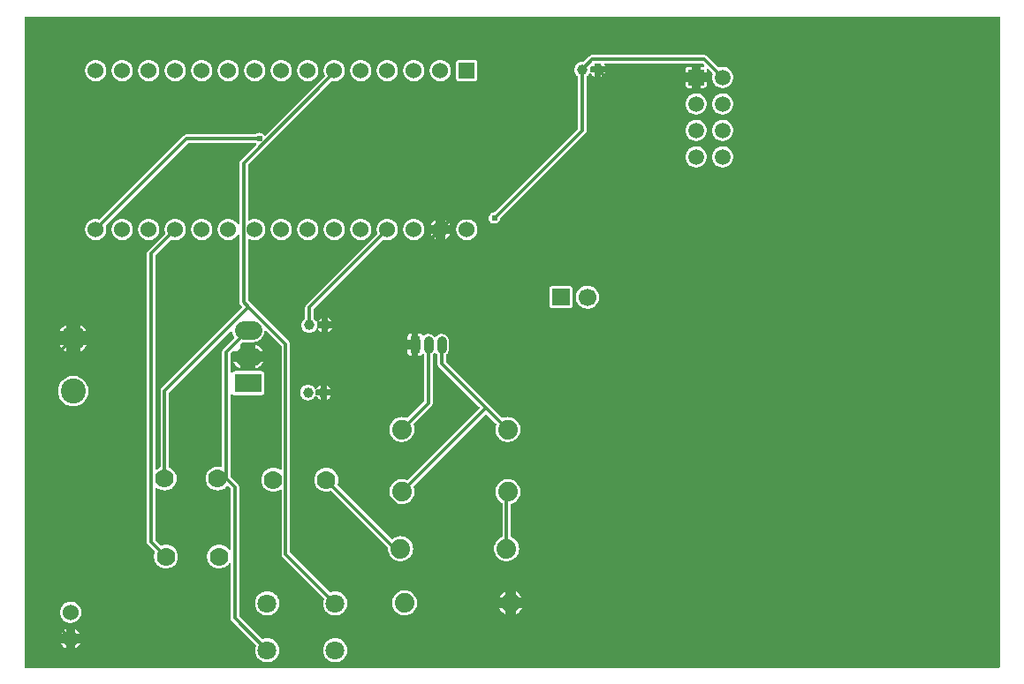
<source format=gbl>
G04 Layer: BottomLayer*
G04 EasyEDA v6.4.31, 2022-01-25 22:29:22*
G04 e61b6c59d15345b4ac09c8306d02ccd6,8f8899c8ce1b4866aa33813601b7f331,10*
G04 Gerber Generator version 0.2*
G04 Scale: 100 percent, Rotated: No, Reflected: No *
G04 Dimensions in millimeters *
G04 leading zeros omitted , absolute positions ,4 integer and 5 decimal *
%FSLAX45Y45*%
%MOMM*%

%ADD11C,0.3000*%
%ADD12C,0.6100*%
%ADD13C,1.0000*%
%ADD14C,1.7780*%
%ADD16C,1.7000*%
%ADD17C,1.8000*%
%ADD19C,1.5080*%
%ADD20C,2.4000*%
%ADD22C,1.8796*%
%ADD23R,2.6000X1.8000*%
%ADD24C,1.5240*%
%ADD25R,1.5240X1.5240*%
%ADD26C,0.9000*%

%LPD*%
G36*
X736092Y25908D02*
G01*
X732180Y26670D01*
X728878Y28905D01*
X726694Y32156D01*
X725932Y36068D01*
X725932Y6263944D01*
X726694Y6267805D01*
X728878Y6271107D01*
X732180Y6273342D01*
X736092Y6274104D01*
X10063937Y6274104D01*
X10067798Y6273342D01*
X10071100Y6271107D01*
X10073335Y6267805D01*
X10074097Y6263944D01*
X10074097Y36068D01*
X10073335Y32156D01*
X10071100Y28905D01*
X10067798Y26670D01*
X10063937Y25908D01*
G37*

%LPC*%
G36*
X3696055Y78384D02*
G01*
X3710584Y78384D01*
X3725011Y80213D01*
X3739134Y83820D01*
X3752646Y89204D01*
X3765397Y96215D01*
X3777183Y104749D01*
X3787800Y114706D01*
X3797096Y125933D01*
X3804869Y138226D01*
X3811066Y151384D01*
X3815587Y165252D01*
X3818280Y179527D01*
X3819194Y194056D01*
X3818280Y208584D01*
X3815587Y222859D01*
X3811066Y236728D01*
X3804869Y249885D01*
X3797096Y262178D01*
X3787800Y273405D01*
X3777183Y283362D01*
X3765397Y291896D01*
X3752646Y298907D01*
X3739134Y304292D01*
X3725011Y307898D01*
X3710584Y309727D01*
X3696055Y309727D01*
X3681628Y307898D01*
X3667506Y304292D01*
X3653993Y298907D01*
X3641242Y291896D01*
X3629456Y283362D01*
X3618839Y273405D01*
X3609543Y262178D01*
X3601770Y249885D01*
X3595573Y236728D01*
X3591051Y222859D01*
X3588359Y208584D01*
X3587445Y194056D01*
X3588359Y179527D01*
X3591051Y165252D01*
X3595573Y151384D01*
X3601770Y138226D01*
X3609543Y125933D01*
X3618839Y114706D01*
X3629456Y104749D01*
X3641242Y96215D01*
X3653993Y89204D01*
X3667506Y83820D01*
X3681628Y80213D01*
G37*
G36*
X3045815Y78384D02*
G01*
X3060344Y78384D01*
X3074771Y80213D01*
X3088894Y83820D01*
X3102406Y89204D01*
X3115157Y96215D01*
X3126943Y104749D01*
X3137560Y114706D01*
X3146856Y125933D01*
X3154629Y138226D01*
X3160826Y151384D01*
X3165348Y165252D01*
X3168040Y179527D01*
X3168954Y194056D01*
X3168040Y208584D01*
X3165348Y222859D01*
X3160826Y236728D01*
X3154629Y249885D01*
X3146856Y262178D01*
X3137560Y273405D01*
X3126943Y283362D01*
X3115157Y291896D01*
X3102406Y298907D01*
X3088894Y304292D01*
X3074771Y307898D01*
X3060344Y309727D01*
X3045815Y309727D01*
X3031388Y307898D01*
X3017266Y304292D01*
X3011627Y302056D01*
X3007766Y301345D01*
X3003956Y302107D01*
X3000705Y304292D01*
X2786735Y518261D01*
X2784551Y521563D01*
X2783738Y525475D01*
X2783738Y1758645D01*
X2782925Y1767128D01*
X2780588Y1774799D01*
X2776829Y1781860D01*
X2771444Y1788414D01*
X2704338Y1855470D01*
X2702153Y1858772D01*
X2701391Y1862683D01*
X2701391Y2643378D01*
X2702153Y2647238D01*
X2704338Y2650540D01*
X2707640Y2652776D01*
X2711551Y2653538D01*
X2715412Y2652776D01*
X2718714Y2650540D01*
X2723591Y2645664D01*
X2728468Y2642616D01*
X2733954Y2640685D01*
X2740253Y2639974D01*
X2999130Y2639974D01*
X3005480Y2640685D01*
X3010916Y2642616D01*
X3015792Y2645664D01*
X3019907Y2649778D01*
X3023006Y2654655D01*
X3024886Y2660142D01*
X3025597Y2666441D01*
X3025597Y2845308D01*
X3024886Y2851658D01*
X3023006Y2857093D01*
X3019907Y2862021D01*
X3015792Y2866085D01*
X3010916Y2869184D01*
X3005480Y2871063D01*
X2999130Y2871774D01*
X2740253Y2871774D01*
X2733954Y2871063D01*
X2728468Y2869184D01*
X2723591Y2866085D01*
X2718714Y2861208D01*
X2715412Y2859024D01*
X2711551Y2858262D01*
X2707640Y2859024D01*
X2704338Y2861208D01*
X2702153Y2864510D01*
X2701391Y2868422D01*
X2701391Y3032556D01*
X2702153Y3036417D01*
X2704338Y3039719D01*
X2722880Y3058261D01*
X2726182Y3060446D01*
X2730093Y3061258D01*
X2798368Y3061258D01*
X2798368Y3129534D01*
X2799130Y3133394D01*
X2801315Y3136696D01*
X2810459Y3145840D01*
X2814066Y3148126D01*
X2818282Y3148787D01*
X2831033Y3147974D01*
X2910382Y3147974D01*
X2925216Y3148939D01*
X2939542Y3151632D01*
X2953359Y3156153D01*
X2966516Y3162350D01*
X2978810Y3170123D01*
X2990037Y3179419D01*
X2999994Y3190036D01*
X3008528Y3201771D01*
X3015538Y3214573D01*
X3020923Y3228086D01*
X3024530Y3242157D01*
X3026257Y3255772D01*
X3027781Y3259988D01*
X3030982Y3263138D01*
X3035249Y3264611D01*
X3039719Y3264052D01*
X3043529Y3261664D01*
X3186938Y3118256D01*
X3189122Y3114954D01*
X3189884Y3111093D01*
X3189884Y1933397D01*
X3188919Y1929079D01*
X3186226Y1925574D01*
X3182264Y1923542D01*
X3177844Y1923389D01*
X3173018Y1925726D01*
X3160369Y1932686D01*
X3146958Y1937969D01*
X3132988Y1941575D01*
X3118713Y1943354D01*
X3104286Y1943354D01*
X3090011Y1941575D01*
X3076041Y1937969D01*
X3062630Y1932686D01*
X3049981Y1925726D01*
X3038348Y1917242D01*
X3027832Y1907387D01*
X3018637Y1896262D01*
X3010916Y1884121D01*
X3004769Y1871065D01*
X3000298Y1857349D01*
X2997606Y1843176D01*
X2996692Y1828800D01*
X2997606Y1814423D01*
X3000298Y1800250D01*
X3004769Y1786534D01*
X3010916Y1773478D01*
X3018637Y1761337D01*
X3027832Y1750212D01*
X3038348Y1740357D01*
X3049981Y1731873D01*
X3062630Y1724914D01*
X3076041Y1719630D01*
X3090011Y1716024D01*
X3104286Y1714246D01*
X3118713Y1714246D01*
X3132988Y1716024D01*
X3146958Y1719630D01*
X3160369Y1724914D01*
X3173018Y1731873D01*
X3177844Y1734210D01*
X3182264Y1734057D01*
X3186226Y1732025D01*
X3188919Y1728520D01*
X3189884Y1724202D01*
X3189884Y1117193D01*
X3190748Y1108710D01*
X3193034Y1101039D01*
X3196844Y1093978D01*
X3202228Y1087374D01*
X3592931Y696671D01*
X3595065Y693623D01*
X3595928Y690016D01*
X3595420Y686358D01*
X3591051Y672947D01*
X3588359Y658672D01*
X3587445Y644144D01*
X3588359Y629615D01*
X3591051Y615340D01*
X3595573Y601472D01*
X3601770Y588314D01*
X3609543Y576021D01*
X3618839Y564794D01*
X3629456Y554837D01*
X3641242Y546303D01*
X3653993Y539292D01*
X3667506Y533908D01*
X3681628Y530301D01*
X3696055Y528472D01*
X3710584Y528472D01*
X3725011Y530301D01*
X3739134Y533908D01*
X3752646Y539292D01*
X3765397Y546303D01*
X3777183Y554837D01*
X3787800Y564794D01*
X3797096Y576021D01*
X3804869Y588314D01*
X3811066Y601472D01*
X3815587Y615340D01*
X3818280Y629615D01*
X3819194Y644144D01*
X3818280Y658672D01*
X3815587Y672947D01*
X3811066Y686816D01*
X3804869Y699973D01*
X3797096Y712266D01*
X3787800Y723493D01*
X3777183Y733450D01*
X3765397Y741984D01*
X3752646Y748995D01*
X3739134Y754380D01*
X3725011Y757986D01*
X3710584Y759815D01*
X3696055Y759815D01*
X3681628Y757986D01*
X3667506Y754380D01*
X3661867Y752144D01*
X3658006Y751433D01*
X3654196Y752195D01*
X3650945Y754380D01*
X3274669Y1130655D01*
X3272485Y1133957D01*
X3271723Y1137818D01*
X3271723Y3131718D01*
X3270859Y3140202D01*
X3268573Y3147872D01*
X3264763Y3154934D01*
X3259378Y3161538D01*
X2870962Y3549904D01*
X2868777Y3553206D01*
X2868015Y3557117D01*
X2868015Y4131665D01*
X2868828Y4135678D01*
X2871216Y4139031D01*
X2874721Y4141215D01*
X2878785Y4141774D01*
X2882747Y4140708D01*
X2893822Y4135120D01*
X2906725Y4130649D01*
X2920085Y4127906D01*
X2933700Y4126992D01*
X2947314Y4127906D01*
X2960674Y4130649D01*
X2973578Y4135120D01*
X2985719Y4141266D01*
X2996946Y4148988D01*
X3007106Y4158132D01*
X3015894Y4168546D01*
X3023209Y4180027D01*
X3028950Y4192422D01*
X3033014Y4205427D01*
X3035249Y4218889D01*
X3035706Y4232503D01*
X3034385Y4246067D01*
X3031185Y4259326D01*
X3026308Y4272076D01*
X3019755Y4284014D01*
X3011678Y4294987D01*
X3002178Y4304792D01*
X2991459Y4313275D01*
X2979724Y4320235D01*
X2967177Y4325518D01*
X2954020Y4329125D01*
X2940507Y4330954D01*
X2926892Y4330954D01*
X2913380Y4329125D01*
X2900222Y4325518D01*
X2887675Y4320235D01*
X2883357Y4317644D01*
X2879344Y4316323D01*
X2875076Y4316730D01*
X2871419Y4318812D01*
X2868879Y4322267D01*
X2868015Y4326382D01*
X2868015Y4843221D01*
X2868777Y4847082D01*
X2870962Y4850384D01*
X3670249Y5649671D01*
X3672992Y5651601D01*
X3676142Y5652566D01*
X3679494Y5652465D01*
X3682085Y5651906D01*
X3695700Y5650992D01*
X3709314Y5651906D01*
X3722674Y5654649D01*
X3735578Y5659120D01*
X3747719Y5665266D01*
X3758946Y5672988D01*
X3769106Y5682132D01*
X3777894Y5692546D01*
X3785209Y5704027D01*
X3790950Y5716422D01*
X3795014Y5729427D01*
X3797249Y5742889D01*
X3797706Y5756503D01*
X3796385Y5770067D01*
X3793185Y5783326D01*
X3788308Y5796076D01*
X3781755Y5808014D01*
X3773678Y5818987D01*
X3764178Y5828792D01*
X3753459Y5837275D01*
X3741724Y5844235D01*
X3729177Y5849518D01*
X3716020Y5853125D01*
X3702507Y5854954D01*
X3688892Y5854954D01*
X3675379Y5853125D01*
X3662222Y5849518D01*
X3649675Y5844235D01*
X3637940Y5837275D01*
X3627221Y5828792D01*
X3617722Y5818987D01*
X3609644Y5808014D01*
X3603091Y5796076D01*
X3598214Y5783326D01*
X3595014Y5770067D01*
X3593693Y5756503D01*
X3594150Y5742889D01*
X3596386Y5729427D01*
X3600450Y5716422D01*
X3604056Y5708599D01*
X3605022Y5704636D01*
X3604260Y5700572D01*
X3602024Y5697169D01*
X3038297Y5133390D01*
X3034588Y5131054D01*
X3030220Y5130444D01*
X3026003Y5131765D01*
X3022752Y5134762D01*
X3020923Y5137404D01*
X3013964Y5144312D01*
X3005937Y5149951D01*
X2997047Y5154117D01*
X2987548Y5156657D01*
X2977743Y5157520D01*
X2967939Y5156657D01*
X2958490Y5154117D01*
X2949549Y5149951D01*
X2940913Y5143906D01*
X2938119Y5142534D01*
X2935071Y5142077D01*
X2282240Y5142077D01*
X2273757Y5141214D01*
X2266086Y5138877D01*
X2259025Y5135118D01*
X2252472Y5129733D01*
X1451356Y4328617D01*
X1448460Y4326585D01*
X1445006Y4325670D01*
X1441500Y4326026D01*
X1430020Y4329125D01*
X1416507Y4330954D01*
X1402892Y4330954D01*
X1389380Y4329125D01*
X1376222Y4325518D01*
X1363675Y4320235D01*
X1351940Y4313275D01*
X1341221Y4304792D01*
X1331722Y4294987D01*
X1323644Y4284014D01*
X1317091Y4272076D01*
X1312214Y4259326D01*
X1309014Y4246067D01*
X1307693Y4232503D01*
X1308150Y4218889D01*
X1310386Y4205427D01*
X1314450Y4192422D01*
X1320190Y4180027D01*
X1327505Y4168546D01*
X1336294Y4158132D01*
X1346454Y4148988D01*
X1357680Y4141266D01*
X1369822Y4135120D01*
X1382725Y4130649D01*
X1396085Y4127906D01*
X1409700Y4126992D01*
X1423314Y4127906D01*
X1436674Y4130649D01*
X1449578Y4135120D01*
X1461719Y4141266D01*
X1472946Y4148988D01*
X1483106Y4158132D01*
X1491894Y4168546D01*
X1499209Y4180027D01*
X1504950Y4192422D01*
X1509014Y4205427D01*
X1511249Y4218889D01*
X1511706Y4232503D01*
X1510385Y4246067D01*
X1506982Y4259986D01*
X1506270Y4263796D01*
X1507083Y4267606D01*
X1509268Y4270806D01*
X2295702Y5057241D01*
X2299004Y5059476D01*
X2302865Y5060238D01*
X2935071Y5060238D01*
X2938119Y5059781D01*
X2940913Y5058410D01*
X2944164Y5056124D01*
X2947111Y5052872D01*
X2948432Y5048707D01*
X2947873Y5044338D01*
X2945485Y5040630D01*
X2798521Y4893665D01*
X2793136Y4887061D01*
X2789326Y4880000D01*
X2787040Y4872329D01*
X2786176Y4863846D01*
X2786176Y4286402D01*
X2785211Y4282084D01*
X2782519Y4278579D01*
X2778556Y4276547D01*
X2774137Y4276445D01*
X2770073Y4278172D01*
X2767126Y4281525D01*
X2765755Y4284014D01*
X2757678Y4294987D01*
X2748178Y4304792D01*
X2737459Y4313275D01*
X2725724Y4320235D01*
X2713177Y4325518D01*
X2700020Y4329125D01*
X2686507Y4330954D01*
X2672892Y4330954D01*
X2659380Y4329125D01*
X2646222Y4325518D01*
X2633675Y4320235D01*
X2621940Y4313275D01*
X2611221Y4304792D01*
X2601722Y4294987D01*
X2593644Y4284014D01*
X2587091Y4272076D01*
X2582214Y4259326D01*
X2579014Y4246067D01*
X2577693Y4232503D01*
X2578150Y4218889D01*
X2580386Y4205427D01*
X2584450Y4192422D01*
X2590190Y4180027D01*
X2597505Y4168546D01*
X2606294Y4158132D01*
X2616454Y4148988D01*
X2627680Y4141266D01*
X2639822Y4135120D01*
X2652725Y4130649D01*
X2666085Y4127906D01*
X2679700Y4126992D01*
X2693314Y4127906D01*
X2706674Y4130649D01*
X2719578Y4135120D01*
X2731719Y4141266D01*
X2742946Y4148988D01*
X2753106Y4158132D01*
X2761894Y4168546D01*
X2767482Y4177284D01*
X2770530Y4180332D01*
X2774543Y4181856D01*
X2778861Y4181551D01*
X2782671Y4179519D01*
X2785262Y4176064D01*
X2786176Y4171797D01*
X2786176Y3536442D01*
X2787040Y3527958D01*
X2789326Y3520287D01*
X2793136Y3513226D01*
X2798521Y3506673D01*
X2809544Y3495649D01*
X2811780Y3492347D01*
X2812542Y3488436D01*
X2811780Y3484575D01*
X2809544Y3481273D01*
X2041550Y2713228D01*
X2036114Y2706674D01*
X2032355Y2699613D01*
X2030018Y2691942D01*
X2029206Y2683459D01*
X2029206Y1955444D01*
X2028393Y1951482D01*
X2026157Y1948180D01*
X2022754Y1945995D01*
X2021230Y1945386D01*
X2008581Y1938426D01*
X1997303Y1930196D01*
X1993239Y1928469D01*
X1988820Y1928571D01*
X1984857Y1930603D01*
X1982114Y1934108D01*
X1981149Y1938426D01*
X1981149Y3976522D01*
X1981962Y3980383D01*
X1984146Y3983685D01*
X2130094Y4129633D01*
X2133193Y4131767D01*
X2136902Y4132630D01*
X2140610Y4132072D01*
X2144725Y4130649D01*
X2158085Y4127906D01*
X2171700Y4126992D01*
X2185314Y4127906D01*
X2198674Y4130649D01*
X2211578Y4135120D01*
X2223719Y4141266D01*
X2234946Y4148988D01*
X2245106Y4158132D01*
X2253894Y4168546D01*
X2261209Y4180027D01*
X2266950Y4192422D01*
X2271014Y4205427D01*
X2273249Y4218889D01*
X2273706Y4232503D01*
X2272385Y4246067D01*
X2269185Y4259326D01*
X2264308Y4272076D01*
X2257755Y4284014D01*
X2249678Y4294987D01*
X2240178Y4304792D01*
X2229459Y4313275D01*
X2217724Y4320235D01*
X2205177Y4325518D01*
X2192020Y4329125D01*
X2178507Y4330954D01*
X2164892Y4330954D01*
X2151380Y4329125D01*
X2138222Y4325518D01*
X2125675Y4320235D01*
X2113940Y4313275D01*
X2103221Y4304792D01*
X2093722Y4294987D01*
X2085644Y4284014D01*
X2079091Y4272076D01*
X2074214Y4259326D01*
X2071014Y4246067D01*
X2069693Y4232503D01*
X2070150Y4218889D01*
X2072386Y4205427D01*
X2074773Y4197705D01*
X2075230Y4194098D01*
X2074367Y4190542D01*
X2072284Y4187545D01*
X1911705Y4026966D01*
X1906270Y4020362D01*
X1902510Y4013301D01*
X1900174Y4005630D01*
X1899361Y3997147D01*
X1899361Y1235252D01*
X1900174Y1226769D01*
X1902510Y1219098D01*
X1906270Y1212037D01*
X1911705Y1205484D01*
X1973275Y1143863D01*
X1975408Y1140815D01*
X1976272Y1137208D01*
X1975764Y1133551D01*
X1971598Y1120749D01*
X1968906Y1106576D01*
X1967992Y1092200D01*
X1968906Y1077823D01*
X1971598Y1063650D01*
X1976069Y1049934D01*
X1982216Y1036878D01*
X1989937Y1024737D01*
X1999132Y1013612D01*
X2009648Y1003757D01*
X2021281Y995273D01*
X2033930Y988314D01*
X2047341Y983030D01*
X2061311Y979424D01*
X2075586Y977646D01*
X2090013Y977646D01*
X2104288Y979424D01*
X2118258Y983030D01*
X2131669Y988314D01*
X2144318Y995273D01*
X2155952Y1003757D01*
X2166467Y1013612D01*
X2175662Y1024737D01*
X2183384Y1036878D01*
X2189530Y1049934D01*
X2194001Y1063650D01*
X2196693Y1077823D01*
X2197608Y1092200D01*
X2196693Y1106576D01*
X2194001Y1120749D01*
X2189530Y1134465D01*
X2183384Y1147521D01*
X2175662Y1159662D01*
X2166467Y1170787D01*
X2155952Y1180642D01*
X2144318Y1189126D01*
X2131669Y1196086D01*
X2118258Y1201369D01*
X2104288Y1204976D01*
X2090013Y1206754D01*
X2075586Y1206754D01*
X2061311Y1204976D01*
X2047341Y1201369D01*
X2042210Y1199337D01*
X2038350Y1198626D01*
X2034539Y1199438D01*
X2031288Y1201623D01*
X1984146Y1248714D01*
X1981962Y1252016D01*
X1981149Y1255928D01*
X1981149Y1744573D01*
X1982114Y1748891D01*
X1984857Y1752396D01*
X1988820Y1754428D01*
X1993239Y1754530D01*
X1997303Y1752803D01*
X2008581Y1744573D01*
X2021230Y1737614D01*
X2034641Y1732330D01*
X2048611Y1728724D01*
X2062886Y1726946D01*
X2077313Y1726946D01*
X2091588Y1728724D01*
X2105558Y1732330D01*
X2118969Y1737614D01*
X2131618Y1744573D01*
X2143252Y1753057D01*
X2153767Y1762912D01*
X2162962Y1774037D01*
X2170684Y1786178D01*
X2176830Y1799234D01*
X2181301Y1812950D01*
X2183993Y1827123D01*
X2184908Y1841500D01*
X2183993Y1855876D01*
X2181301Y1870049D01*
X2176830Y1883765D01*
X2170684Y1896821D01*
X2162962Y1908962D01*
X2153767Y1920087D01*
X2143252Y1929942D01*
X2131618Y1938426D01*
X2118969Y1945386D01*
X2117445Y1945995D01*
X2114042Y1948180D01*
X2111806Y1951482D01*
X2110994Y1955444D01*
X2110994Y2662783D01*
X2111806Y2666695D01*
X2113991Y2669997D01*
X2698750Y3254756D01*
X2702560Y3257143D01*
X2707030Y3257702D01*
X2711297Y3256229D01*
X2714498Y3253079D01*
X2716022Y3248863D01*
X2716885Y3242157D01*
X2720492Y3228086D01*
X2725826Y3214573D01*
X2732836Y3201771D01*
X2735275Y3198469D01*
X2736850Y3195269D01*
X2737205Y3191713D01*
X2736291Y3188258D01*
X2734259Y3185312D01*
X2631897Y3083001D01*
X2626512Y3076397D01*
X2622702Y3069336D01*
X2620416Y3061665D01*
X2619552Y3053181D01*
X2619552Y1962251D01*
X2618892Y1958593D01*
X2616962Y1955444D01*
X2614066Y1953209D01*
X2610561Y1952142D01*
X2606903Y1952396D01*
X2599588Y1954275D01*
X2585313Y1956054D01*
X2570886Y1956054D01*
X2556611Y1954275D01*
X2542641Y1950669D01*
X2529230Y1945386D01*
X2516581Y1938426D01*
X2504948Y1929942D01*
X2494432Y1920087D01*
X2485237Y1908962D01*
X2477516Y1896821D01*
X2471369Y1883765D01*
X2466898Y1870049D01*
X2464206Y1855876D01*
X2463292Y1841500D01*
X2464206Y1827123D01*
X2466898Y1812950D01*
X2471369Y1799234D01*
X2477516Y1786178D01*
X2485237Y1774037D01*
X2494432Y1762912D01*
X2504948Y1753057D01*
X2516581Y1744573D01*
X2529230Y1737614D01*
X2542641Y1732330D01*
X2556611Y1728724D01*
X2570886Y1726946D01*
X2585313Y1726946D01*
X2599588Y1728724D01*
X2613558Y1732330D01*
X2626969Y1737614D01*
X2639618Y1744573D01*
X2651252Y1753057D01*
X2661767Y1762912D01*
X2663444Y1764944D01*
X2666746Y1767586D01*
X2670810Y1768652D01*
X2674975Y1767941D01*
X2678480Y1765655D01*
X2698953Y1745183D01*
X2701188Y1741881D01*
X2701950Y1737969D01*
X2701950Y1165809D01*
X2701086Y1161745D01*
X2698750Y1158392D01*
X2695244Y1156258D01*
X2691130Y1155649D01*
X2687167Y1156766D01*
X2683967Y1159306D01*
X2674467Y1170787D01*
X2663952Y1180642D01*
X2652318Y1189126D01*
X2639669Y1196086D01*
X2626258Y1201369D01*
X2612288Y1204976D01*
X2598013Y1206754D01*
X2583586Y1206754D01*
X2569311Y1204976D01*
X2555341Y1201369D01*
X2541930Y1196086D01*
X2529281Y1189126D01*
X2517648Y1180642D01*
X2507132Y1170787D01*
X2497937Y1159662D01*
X2490216Y1147521D01*
X2484069Y1134465D01*
X2479598Y1120749D01*
X2476906Y1106576D01*
X2475992Y1092200D01*
X2476906Y1077823D01*
X2479598Y1063650D01*
X2484069Y1049934D01*
X2490216Y1036878D01*
X2497937Y1024737D01*
X2507132Y1013612D01*
X2517648Y1003757D01*
X2529281Y995273D01*
X2541930Y988314D01*
X2555341Y983030D01*
X2569311Y979424D01*
X2583586Y977646D01*
X2598013Y977646D01*
X2612288Y979424D01*
X2626258Y983030D01*
X2639669Y988314D01*
X2652318Y995273D01*
X2663952Y1003757D01*
X2674467Y1013612D01*
X2683967Y1025093D01*
X2687167Y1027633D01*
X2691130Y1028750D01*
X2695244Y1028141D01*
X2698750Y1026007D01*
X2701086Y1022654D01*
X2701950Y1018590D01*
X2701950Y504799D01*
X2702763Y496316D01*
X2705100Y488645D01*
X2708859Y481584D01*
X2714294Y475030D01*
X2942691Y246583D01*
X2944825Y243535D01*
X2945688Y239928D01*
X2945180Y236270D01*
X2940812Y222859D01*
X2938119Y208584D01*
X2937205Y194056D01*
X2938119Y179527D01*
X2940812Y165252D01*
X2945333Y151384D01*
X2951530Y138226D01*
X2959303Y125933D01*
X2968599Y114706D01*
X2979216Y104749D01*
X2991002Y96215D01*
X3003753Y89204D01*
X3017266Y83820D01*
X3031388Y80213D01*
G37*
G36*
X1123950Y213004D02*
G01*
X1123950Y260350D01*
X1076604Y260350D01*
X1077264Y258775D01*
X1084224Y247040D01*
X1092708Y236321D01*
X1102512Y226821D01*
X1113485Y218744D01*
G37*
G36*
X1212850Y213156D02*
G01*
X1217472Y215290D01*
X1228953Y222605D01*
X1239367Y231394D01*
X1248511Y241554D01*
X1256233Y252780D01*
X1260043Y260350D01*
X1212850Y260350D01*
G37*
G36*
X1212850Y349250D02*
G01*
X1260043Y349250D01*
X1256233Y356819D01*
X1248511Y368046D01*
X1239367Y378206D01*
X1228953Y386994D01*
X1217472Y394309D01*
X1212850Y396443D01*
G37*
G36*
X1076604Y349250D02*
G01*
X1123950Y349250D01*
X1123950Y396595D01*
X1113485Y390855D01*
X1102512Y382778D01*
X1092708Y373278D01*
X1084224Y362559D01*
X1077264Y350824D01*
G37*
G36*
X1165199Y456641D02*
G01*
X1178814Y457098D01*
X1192276Y459333D01*
X1205280Y463397D01*
X1217676Y469138D01*
X1229156Y476453D01*
X1239570Y485241D01*
X1248714Y495401D01*
X1256436Y506628D01*
X1262583Y518769D01*
X1267053Y531672D01*
X1269796Y545033D01*
X1270711Y558647D01*
X1269796Y572262D01*
X1267053Y585622D01*
X1262583Y598525D01*
X1256436Y610666D01*
X1248714Y621893D01*
X1239570Y632053D01*
X1229156Y640842D01*
X1217676Y648157D01*
X1205280Y653897D01*
X1192276Y657961D01*
X1178814Y660196D01*
X1165199Y660654D01*
X1151636Y659333D01*
X1138377Y656132D01*
X1125626Y651256D01*
X1113688Y644702D01*
X1102715Y636625D01*
X1092911Y627126D01*
X1084427Y616407D01*
X1077468Y604672D01*
X1072184Y592124D01*
X1068578Y578967D01*
X1066749Y565454D01*
X1066749Y551840D01*
X1068578Y538327D01*
X1072184Y525170D01*
X1077468Y512622D01*
X1084427Y500888D01*
X1092911Y490169D01*
X1102715Y480669D01*
X1113688Y472592D01*
X1125626Y466039D01*
X1138377Y461162D01*
X1151636Y457962D01*
G37*
G36*
X4365091Y527862D02*
G01*
X4379874Y528320D01*
X4394454Y530606D01*
X4408627Y534670D01*
X4422241Y540410D01*
X4434992Y547776D01*
X4446778Y556666D01*
X4457395Y566928D01*
X4466640Y578459D01*
X4474413Y591007D01*
X4480560Y604418D01*
X4485030Y618439D01*
X4487773Y632968D01*
X4488688Y647700D01*
X4487773Y662432D01*
X4485030Y676960D01*
X4480560Y690981D01*
X4474413Y704392D01*
X4466640Y716940D01*
X4457395Y728472D01*
X4446778Y738733D01*
X4434992Y747623D01*
X4422241Y754989D01*
X4408627Y760730D01*
X4394454Y764794D01*
X4379874Y767080D01*
X4365091Y767486D01*
X4350410Y766165D01*
X4335983Y763016D01*
X4322064Y758088D01*
X4308856Y751484D01*
X4296562Y743356D01*
X4285335Y733755D01*
X4275429Y722833D01*
X4266895Y710793D01*
X4259884Y697788D01*
X4254550Y684022D01*
X4250994Y669747D01*
X4249166Y655066D01*
X4249166Y640334D01*
X4250994Y625652D01*
X4254550Y611378D01*
X4259884Y597611D01*
X4266895Y584606D01*
X4275429Y572566D01*
X4285335Y561644D01*
X4296562Y552043D01*
X4308856Y543915D01*
X4322064Y537311D01*
X4335983Y532384D01*
X4350410Y529234D01*
G37*
G36*
X3045815Y528472D02*
G01*
X3060344Y528472D01*
X3074771Y530301D01*
X3088894Y533908D01*
X3102406Y539292D01*
X3115157Y546303D01*
X3126943Y554837D01*
X3137560Y564794D01*
X3146856Y576021D01*
X3154629Y588314D01*
X3160826Y601472D01*
X3165348Y615340D01*
X3168040Y629615D01*
X3168954Y644144D01*
X3168040Y658672D01*
X3165348Y672947D01*
X3160826Y686816D01*
X3154629Y699973D01*
X3146856Y712266D01*
X3137560Y723493D01*
X3126943Y733450D01*
X3115157Y741984D01*
X3102406Y748995D01*
X3088894Y754380D01*
X3074771Y757986D01*
X3060344Y759815D01*
X3045815Y759815D01*
X3031388Y757986D01*
X3017266Y754380D01*
X3003753Y748995D01*
X2991002Y741984D01*
X2979216Y733450D01*
X2968599Y723493D01*
X2959303Y712266D01*
X2951530Y699973D01*
X2945333Y686816D01*
X2940812Y672947D01*
X2938119Y658672D01*
X2937205Y644144D01*
X2938119Y629615D01*
X2940812Y615340D01*
X2945333Y601472D01*
X2951530Y588314D01*
X2959303Y576021D01*
X2968599Y564794D01*
X2979216Y554837D01*
X2991002Y546303D01*
X3003753Y539292D01*
X3017266Y533908D01*
X3031388Y530301D01*
G37*
G36*
X5438140Y540359D02*
G01*
X5450992Y547776D01*
X5462778Y556666D01*
X5473395Y566928D01*
X5482640Y578459D01*
X5490413Y591007D01*
X5491937Y594360D01*
X5438140Y594360D01*
G37*
G36*
X5331460Y540613D02*
G01*
X5331460Y594360D01*
X5277662Y594360D01*
X5282895Y584606D01*
X5291429Y572566D01*
X5301335Y561644D01*
X5312562Y552043D01*
X5324856Y543915D01*
G37*
G36*
X5277662Y701040D02*
G01*
X5331460Y701040D01*
X5331460Y754786D01*
X5324856Y751484D01*
X5312562Y743356D01*
X5301335Y733755D01*
X5291429Y722833D01*
X5282895Y710793D01*
G37*
G36*
X5438140Y701040D02*
G01*
X5491937Y701040D01*
X5490413Y704392D01*
X5482640Y716940D01*
X5473395Y728472D01*
X5462778Y738733D01*
X5450992Y747623D01*
X5438140Y755040D01*
G37*
G36*
X5342991Y1048562D02*
G01*
X5357774Y1049020D01*
X5372354Y1051306D01*
X5386527Y1055370D01*
X5400141Y1061110D01*
X5412892Y1068476D01*
X5424678Y1077366D01*
X5435295Y1087628D01*
X5444540Y1099159D01*
X5452313Y1111707D01*
X5458460Y1125118D01*
X5462930Y1139139D01*
X5465673Y1153668D01*
X5466588Y1168400D01*
X5465673Y1183132D01*
X5462930Y1197660D01*
X5458460Y1211681D01*
X5452313Y1225092D01*
X5444540Y1237640D01*
X5435295Y1249172D01*
X5424678Y1259433D01*
X5412892Y1268323D01*
X5400141Y1275689D01*
X5393791Y1278382D01*
X5390540Y1280566D01*
X5388356Y1283868D01*
X5387594Y1287729D01*
X5387594Y1590446D01*
X5388559Y1594713D01*
X5391150Y1598168D01*
X5395010Y1600250D01*
X5399227Y1601470D01*
X5412841Y1607210D01*
X5425592Y1614576D01*
X5437378Y1623466D01*
X5447995Y1633728D01*
X5457240Y1645259D01*
X5465013Y1657807D01*
X5471160Y1671218D01*
X5475630Y1685239D01*
X5478373Y1699768D01*
X5479288Y1714500D01*
X5478373Y1729232D01*
X5475630Y1743760D01*
X5471160Y1757781D01*
X5465013Y1771192D01*
X5457240Y1783740D01*
X5447995Y1795272D01*
X5437378Y1805533D01*
X5425592Y1814423D01*
X5412841Y1821789D01*
X5399227Y1827530D01*
X5385054Y1831593D01*
X5370474Y1833880D01*
X5355691Y1834286D01*
X5341010Y1832965D01*
X5326583Y1829816D01*
X5312664Y1824888D01*
X5299456Y1818284D01*
X5287162Y1810156D01*
X5275935Y1800555D01*
X5266029Y1789633D01*
X5257495Y1777593D01*
X5250484Y1764588D01*
X5245150Y1750822D01*
X5241594Y1736547D01*
X5239766Y1721866D01*
X5239766Y1707134D01*
X5241594Y1692452D01*
X5245150Y1678178D01*
X5250484Y1664411D01*
X5257495Y1651406D01*
X5266029Y1639366D01*
X5275935Y1628444D01*
X5287162Y1618843D01*
X5303164Y1608074D01*
X5305094Y1604924D01*
X5305806Y1601266D01*
X5305806Y1287983D01*
X5305094Y1284325D01*
X5303164Y1281125D01*
X5300167Y1278890D01*
X5286756Y1272184D01*
X5274462Y1264056D01*
X5263235Y1254455D01*
X5253329Y1243533D01*
X5244795Y1231493D01*
X5237784Y1218488D01*
X5232450Y1204722D01*
X5228894Y1190447D01*
X5227066Y1175766D01*
X5227066Y1161034D01*
X5228894Y1146352D01*
X5232450Y1132078D01*
X5237784Y1118311D01*
X5244795Y1105306D01*
X5253329Y1093266D01*
X5263235Y1082344D01*
X5274462Y1072743D01*
X5286756Y1064615D01*
X5299964Y1058011D01*
X5313883Y1053084D01*
X5328310Y1049934D01*
G37*
G36*
X4326991Y1048562D02*
G01*
X4341774Y1049020D01*
X4356354Y1051306D01*
X4370527Y1055370D01*
X4384141Y1061110D01*
X4396892Y1068476D01*
X4408678Y1077366D01*
X4419295Y1087628D01*
X4428540Y1099159D01*
X4436313Y1111707D01*
X4442460Y1125118D01*
X4446930Y1139139D01*
X4449673Y1153668D01*
X4450588Y1168400D01*
X4449673Y1183132D01*
X4446930Y1197660D01*
X4442460Y1211681D01*
X4436313Y1225092D01*
X4428540Y1237640D01*
X4419295Y1249172D01*
X4408678Y1259433D01*
X4396892Y1268323D01*
X4384141Y1275689D01*
X4370527Y1281430D01*
X4356354Y1285494D01*
X4341774Y1287780D01*
X4326991Y1288186D01*
X4312310Y1286865D01*
X4297883Y1283716D01*
X4283964Y1278788D01*
X4270756Y1272184D01*
X4258462Y1264056D01*
X4256786Y1262634D01*
X4253534Y1260754D01*
X4249775Y1260195D01*
X4246118Y1261059D01*
X4243019Y1263142D01*
X3729024Y1777136D01*
X3726891Y1780184D01*
X3726027Y1783791D01*
X3726535Y1787499D01*
X3730701Y1800250D01*
X3733393Y1814423D01*
X3734308Y1828800D01*
X3733393Y1843176D01*
X3730701Y1857349D01*
X3726230Y1871065D01*
X3720084Y1884121D01*
X3712362Y1896262D01*
X3703167Y1907387D01*
X3692651Y1917242D01*
X3681018Y1925726D01*
X3668369Y1932686D01*
X3654958Y1937969D01*
X3640988Y1941575D01*
X3626713Y1943354D01*
X3612286Y1943354D01*
X3598011Y1941575D01*
X3584041Y1937969D01*
X3570630Y1932686D01*
X3557981Y1925726D01*
X3546348Y1917242D01*
X3535832Y1907387D01*
X3526637Y1896262D01*
X3518915Y1884121D01*
X3512769Y1871065D01*
X3508298Y1857349D01*
X3505606Y1843176D01*
X3504692Y1828800D01*
X3505606Y1814423D01*
X3508298Y1800250D01*
X3512769Y1786534D01*
X3518915Y1773478D01*
X3526637Y1761337D01*
X3535832Y1750212D01*
X3546348Y1740357D01*
X3557981Y1731873D01*
X3570630Y1724914D01*
X3584041Y1719630D01*
X3598011Y1716024D01*
X3612286Y1714246D01*
X3626713Y1714246D01*
X3640988Y1716024D01*
X3654958Y1719630D01*
X3660140Y1721662D01*
X3663950Y1722374D01*
X3667810Y1721612D01*
X3671062Y1719427D01*
X4208068Y1182370D01*
X4210304Y1179068D01*
X4211066Y1175207D01*
X4211066Y1161034D01*
X4212894Y1146352D01*
X4216450Y1132078D01*
X4221784Y1118311D01*
X4228795Y1105306D01*
X4237329Y1093266D01*
X4247235Y1082344D01*
X4258462Y1072743D01*
X4270756Y1064615D01*
X4283964Y1058011D01*
X4297883Y1053084D01*
X4312310Y1049934D01*
G37*
G36*
X4339691Y1594662D02*
G01*
X4354474Y1595120D01*
X4369054Y1597406D01*
X4383227Y1601470D01*
X4396841Y1607210D01*
X4409592Y1614576D01*
X4421378Y1623466D01*
X4431995Y1633728D01*
X4441240Y1645259D01*
X4449013Y1657807D01*
X4455160Y1671218D01*
X4459630Y1685239D01*
X4462373Y1699768D01*
X4463288Y1714500D01*
X4462373Y1729232D01*
X4459630Y1743760D01*
X4455160Y1757781D01*
X4453839Y1762658D01*
X4454601Y1766671D01*
X4456836Y1770075D01*
X5142687Y2455926D01*
X5145989Y2458110D01*
X5149850Y2458923D01*
X5153761Y2458110D01*
X5157012Y2455926D01*
X5246065Y2366873D01*
X5248249Y2363673D01*
X5249062Y2359863D01*
X5248402Y2356002D01*
X5245150Y2347722D01*
X5241594Y2333447D01*
X5239766Y2318766D01*
X5239766Y2304034D01*
X5241594Y2289352D01*
X5245150Y2275078D01*
X5250484Y2261311D01*
X5257495Y2248306D01*
X5266029Y2236266D01*
X5275935Y2225344D01*
X5287162Y2215743D01*
X5299456Y2207615D01*
X5312664Y2201011D01*
X5326583Y2196084D01*
X5341010Y2192934D01*
X5355691Y2191562D01*
X5370474Y2192020D01*
X5385054Y2194306D01*
X5399227Y2198370D01*
X5412841Y2204110D01*
X5425592Y2211476D01*
X5437378Y2220366D01*
X5447995Y2230628D01*
X5457240Y2242159D01*
X5465013Y2254707D01*
X5471160Y2268118D01*
X5475630Y2282139D01*
X5478373Y2296668D01*
X5479288Y2311400D01*
X5478373Y2326132D01*
X5475630Y2340660D01*
X5471160Y2354681D01*
X5465013Y2368092D01*
X5457240Y2380640D01*
X5447995Y2392172D01*
X5437378Y2402433D01*
X5425592Y2411323D01*
X5412841Y2418689D01*
X5399227Y2424430D01*
X5385054Y2428494D01*
X5370474Y2430780D01*
X5355691Y2431186D01*
X5341010Y2429865D01*
X5326583Y2426716D01*
X5314442Y2422398D01*
X5310682Y2421839D01*
X5306974Y2422652D01*
X5303875Y2424785D01*
X4768291Y2960370D01*
X4766106Y2963672D01*
X4765294Y2967583D01*
X4765294Y3026511D01*
X4766259Y3030778D01*
X4768850Y3034284D01*
X4774539Y3039059D01*
X4781753Y3047542D01*
X4787544Y3057042D01*
X4791811Y3067304D01*
X4794402Y3078124D01*
X4795316Y3089605D01*
X4795316Y3158794D01*
X4794402Y3170275D01*
X4791811Y3181096D01*
X4787544Y3191357D01*
X4781753Y3200857D01*
X4774539Y3209340D01*
X4766056Y3216554D01*
X4756556Y3222345D01*
X4746294Y3226612D01*
X4735474Y3229203D01*
X4724400Y3230067D01*
X4713325Y3229203D01*
X4702505Y3226612D01*
X4692243Y3222345D01*
X4682744Y3216554D01*
X4674260Y3209340D01*
X4668621Y3202686D01*
X4665167Y3200044D01*
X4660900Y3199130D01*
X4656632Y3200044D01*
X4653178Y3202686D01*
X4647539Y3209340D01*
X4639056Y3216554D01*
X4629556Y3222345D01*
X4619294Y3226612D01*
X4608474Y3229203D01*
X4597400Y3230067D01*
X4586325Y3229203D01*
X4575505Y3226612D01*
X4565243Y3222345D01*
X4555744Y3216554D01*
X4553102Y3214319D01*
X4549292Y3212236D01*
X4544974Y3211982D01*
X4540961Y3213557D01*
X4537913Y3216605D01*
X4535627Y3220313D01*
X4531512Y3224428D01*
X4526635Y3227476D01*
X4521149Y3229406D01*
X4514850Y3230118D01*
X4499254Y3230118D01*
X4499254Y3170529D01*
X4516424Y3170529D01*
X4520488Y3169716D01*
X4523892Y3167278D01*
X4526026Y3163722D01*
X4526483Y3158794D01*
X4526483Y3089605D01*
X4526026Y3084677D01*
X4523892Y3081121D01*
X4520488Y3078683D01*
X4516424Y3077870D01*
X4499254Y3077870D01*
X4499254Y3018282D01*
X4514850Y3018282D01*
X4521149Y3018993D01*
X4526635Y3020923D01*
X4531512Y3023971D01*
X4535627Y3028086D01*
X4537710Y3031490D01*
X4540758Y3034588D01*
X4544822Y3036112D01*
X4549140Y3035808D01*
X4552950Y3033776D01*
X4555591Y3030321D01*
X4556506Y3026054D01*
X4556506Y2586583D01*
X4555744Y2582672D01*
X4553508Y2579370D01*
X4398873Y2424734D01*
X4395571Y2422499D01*
X4391609Y2421737D01*
X4387697Y2422550D01*
X4383227Y2424430D01*
X4369054Y2428494D01*
X4354474Y2430780D01*
X4339691Y2431186D01*
X4325010Y2429865D01*
X4310583Y2426716D01*
X4296664Y2421788D01*
X4283456Y2415184D01*
X4271162Y2407056D01*
X4259935Y2397455D01*
X4250029Y2386533D01*
X4241495Y2374493D01*
X4234484Y2361488D01*
X4229150Y2347722D01*
X4225594Y2333447D01*
X4223766Y2318766D01*
X4223766Y2304034D01*
X4225594Y2289352D01*
X4229150Y2275078D01*
X4234484Y2261311D01*
X4241495Y2248306D01*
X4250029Y2236266D01*
X4259935Y2225344D01*
X4271162Y2215743D01*
X4283456Y2207615D01*
X4296664Y2201011D01*
X4310583Y2196084D01*
X4325010Y2192934D01*
X4339691Y2191562D01*
X4354474Y2192020D01*
X4369054Y2194306D01*
X4383227Y2198370D01*
X4396841Y2204110D01*
X4409592Y2211476D01*
X4421378Y2220366D01*
X4431995Y2230628D01*
X4441240Y2242159D01*
X4449013Y2254707D01*
X4455160Y2268118D01*
X4459630Y2282139D01*
X4462373Y2296668D01*
X4463288Y2311400D01*
X4462373Y2326132D01*
X4459630Y2340660D01*
X4455160Y2354681D01*
X4453839Y2359558D01*
X4454601Y2363571D01*
X4456836Y2366975D01*
X4626000Y2536139D01*
X4631385Y2542692D01*
X4635144Y2549753D01*
X4637481Y2557424D01*
X4638294Y2565908D01*
X4638294Y3026511D01*
X4639259Y3030778D01*
X4641850Y3034284D01*
X4647539Y3039059D01*
X4653178Y3045714D01*
X4656632Y3048355D01*
X4660900Y3049270D01*
X4665167Y3048355D01*
X4668621Y3045714D01*
X4674260Y3039059D01*
X4679950Y3034233D01*
X4682540Y3030778D01*
X4683506Y3026511D01*
X4683506Y2946908D01*
X4684318Y2938424D01*
X4686655Y2930753D01*
X4690414Y2923692D01*
X4695850Y2917139D01*
X5084826Y2528163D01*
X5087010Y2524861D01*
X5087772Y2520950D01*
X5087010Y2517089D01*
X5084826Y2513787D01*
X4398873Y1827834D01*
X4395571Y1825599D01*
X4391609Y1824837D01*
X4387697Y1825650D01*
X4383227Y1827530D01*
X4369054Y1831593D01*
X4354474Y1833880D01*
X4339691Y1834286D01*
X4325010Y1832965D01*
X4310583Y1829816D01*
X4296664Y1824888D01*
X4283456Y1818284D01*
X4271162Y1810156D01*
X4259935Y1800555D01*
X4250029Y1789633D01*
X4241495Y1777593D01*
X4234484Y1764588D01*
X4229150Y1750822D01*
X4225594Y1736547D01*
X4223766Y1721866D01*
X4223766Y1707134D01*
X4225594Y1692452D01*
X4229150Y1678178D01*
X4234484Y1664411D01*
X4241495Y1651406D01*
X4250029Y1639366D01*
X4259935Y1628444D01*
X4271162Y1618843D01*
X4283456Y1610715D01*
X4296664Y1604111D01*
X4310583Y1599184D01*
X4325010Y1596034D01*
G37*
G36*
X1193800Y2533802D02*
G01*
X1210157Y2534716D01*
X1226261Y2537460D01*
X1242009Y2541981D01*
X1257096Y2548280D01*
X1271422Y2556154D01*
X1284782Y2565654D01*
X1296974Y2576525D01*
X1307846Y2588717D01*
X1317345Y2602077D01*
X1325219Y2616403D01*
X1331518Y2631490D01*
X1336040Y2647238D01*
X1338783Y2663342D01*
X1339697Y2679700D01*
X1338783Y2696057D01*
X1336040Y2712161D01*
X1331518Y2727909D01*
X1325219Y2742996D01*
X1317345Y2757322D01*
X1307846Y2770682D01*
X1296974Y2782874D01*
X1284782Y2793746D01*
X1271422Y2803245D01*
X1257096Y2811119D01*
X1242009Y2817418D01*
X1226261Y2821940D01*
X1210157Y2824683D01*
X1193800Y2825597D01*
X1177442Y2824683D01*
X1161338Y2821940D01*
X1145590Y2817418D01*
X1130503Y2811119D01*
X1116177Y2803245D01*
X1102817Y2793746D01*
X1090625Y2782874D01*
X1079754Y2770682D01*
X1070254Y2757322D01*
X1062380Y2742996D01*
X1056081Y2727909D01*
X1051560Y2712161D01*
X1048816Y2696057D01*
X1047902Y2679700D01*
X1048816Y2663342D01*
X1051560Y2647238D01*
X1056081Y2631490D01*
X1062380Y2616403D01*
X1070254Y2602077D01*
X1079754Y2588717D01*
X1090625Y2576525D01*
X1102817Y2565654D01*
X1116177Y2556154D01*
X1130503Y2548280D01*
X1145590Y2541981D01*
X1161338Y2537460D01*
X1177442Y2534716D01*
G37*
G36*
X3437026Y2591358D02*
G01*
X3448659Y2591358D01*
X3460140Y2593136D01*
X3471214Y2596642D01*
X3481628Y2601772D01*
X3491128Y2608478D01*
X3499510Y2616504D01*
X3506520Y2625750D01*
X3508959Y2630220D01*
X3511804Y2633522D01*
X3515766Y2635300D01*
X3520084Y2635300D01*
X3523996Y2633522D01*
X3526840Y2630220D01*
X3529279Y2625750D01*
X3536340Y2616504D01*
X3544671Y2608478D01*
X3554171Y2601772D01*
X3561587Y2598115D01*
X3561587Y2635656D01*
X3526129Y2635656D01*
X3521811Y2636621D01*
X3518306Y2639364D01*
X3516325Y2643327D01*
X3516172Y2647746D01*
X3518204Y2658313D01*
X3518662Y2669895D01*
X3517341Y2681427D01*
X3516223Y2685491D01*
X3515918Y2689199D01*
X3516934Y2692755D01*
X3519220Y2695702D01*
X3522370Y2697683D01*
X3526028Y2698343D01*
X3561587Y2698343D01*
X3561587Y2735935D01*
X3559301Y2735021D01*
X3549294Y2729077D01*
X3540353Y2721660D01*
X3532632Y2712974D01*
X3526434Y2703474D01*
X3523640Y2700578D01*
X3519932Y2699004D01*
X3515918Y2699004D01*
X3512210Y2700578D01*
X3509365Y2703474D01*
X3503218Y2712974D01*
X3495446Y2721660D01*
X3486505Y2729077D01*
X3476498Y2735021D01*
X3465728Y2739339D01*
X3454450Y2741980D01*
X3442868Y2742895D01*
X3431286Y2741980D01*
X3419957Y2739339D01*
X3409187Y2735021D01*
X3399180Y2729077D01*
X3390239Y2721660D01*
X3382518Y2712974D01*
X3376168Y2703271D01*
X3371443Y2692654D01*
X3368344Y2681427D01*
X3367024Y2669895D01*
X3367481Y2658313D01*
X3369665Y2646883D01*
X3373628Y2635961D01*
X3379165Y2625750D01*
X3386175Y2616504D01*
X3394557Y2608478D01*
X3404057Y2601772D01*
X3414471Y2596642D01*
X3425545Y2593136D01*
G37*
G36*
X3624326Y2598115D02*
G01*
X3631742Y2601772D01*
X3641242Y2608478D01*
X3649624Y2616504D01*
X3656634Y2625750D01*
X3662019Y2635656D01*
X3624326Y2635656D01*
G37*
G36*
X3624326Y2698343D02*
G01*
X3661816Y2698343D01*
X3659632Y2703271D01*
X3653332Y2712974D01*
X3645560Y2721660D01*
X3636619Y2729077D01*
X3626612Y2735021D01*
X3624326Y2735935D01*
G37*
G36*
X2941066Y2898444D02*
G01*
X2952343Y2902153D01*
X2965551Y2908350D01*
X2977845Y2916123D01*
X2989021Y2925419D01*
X2998978Y2936036D01*
X3007563Y2947771D01*
X3013456Y2958541D01*
X2941066Y2958541D01*
G37*
G36*
X2798368Y2898444D02*
G01*
X2798368Y2958541D01*
X2725928Y2958541D01*
X2731871Y2947771D01*
X2740406Y2936036D01*
X2750362Y2925419D01*
X2761589Y2916123D01*
X2773883Y2908350D01*
X2787040Y2902153D01*
G37*
G36*
X4425950Y3018282D02*
G01*
X4441545Y3018282D01*
X4441545Y3077870D01*
X4399483Y3077870D01*
X4399483Y3044748D01*
X4400194Y3038449D01*
X4402124Y3032963D01*
X4405172Y3028086D01*
X4409287Y3023971D01*
X4414164Y3020923D01*
X4419650Y3018993D01*
G37*
G36*
X1127455Y3057956D02*
G01*
X1127455Y3121355D01*
X1064056Y3121355D01*
X1070254Y3110077D01*
X1079754Y3096717D01*
X1090625Y3084525D01*
X1102817Y3073654D01*
X1116177Y3064154D01*
G37*
G36*
X1260144Y3057956D02*
G01*
X1271422Y3064154D01*
X1284782Y3073654D01*
X1296974Y3084525D01*
X1307846Y3096717D01*
X1317345Y3110077D01*
X1323543Y3121355D01*
X1260144Y3121355D01*
G37*
G36*
X2941066Y3061258D02*
G01*
X3013456Y3061258D01*
X3007563Y3071977D01*
X2998978Y3083763D01*
X2989021Y3094380D01*
X2977845Y3103626D01*
X2965551Y3111449D01*
X2952343Y3117646D01*
X2941066Y3121304D01*
G37*
G36*
X4399483Y3170529D02*
G01*
X4441545Y3170529D01*
X4441545Y3230118D01*
X4425950Y3230118D01*
X4419650Y3229406D01*
X4414164Y3227476D01*
X4409287Y3224428D01*
X4405172Y3220313D01*
X4402124Y3215436D01*
X4400194Y3209950D01*
X4399483Y3203651D01*
G37*
G36*
X3449726Y3239058D02*
G01*
X3461359Y3239058D01*
X3472840Y3240836D01*
X3483914Y3244342D01*
X3494328Y3249472D01*
X3503828Y3256178D01*
X3512210Y3264204D01*
X3519220Y3273450D01*
X3521659Y3277920D01*
X3524504Y3281222D01*
X3528466Y3283000D01*
X3532784Y3283000D01*
X3536696Y3281222D01*
X3539540Y3277920D01*
X3541979Y3273450D01*
X3549040Y3264204D01*
X3557371Y3256178D01*
X3566871Y3249472D01*
X3574287Y3245815D01*
X3574287Y3283356D01*
X3538829Y3283356D01*
X3534511Y3284321D01*
X3531006Y3287064D01*
X3529025Y3291027D01*
X3528872Y3295446D01*
X3530904Y3306013D01*
X3531362Y3317595D01*
X3530041Y3329127D01*
X3528923Y3333191D01*
X3528618Y3336899D01*
X3529634Y3340455D01*
X3531920Y3343401D01*
X3535070Y3345383D01*
X3538728Y3346043D01*
X3574287Y3346043D01*
X3574287Y3383635D01*
X3572001Y3382721D01*
X3561994Y3376777D01*
X3553053Y3369360D01*
X3545332Y3360674D01*
X3539134Y3351174D01*
X3536340Y3348278D01*
X3532632Y3346704D01*
X3528618Y3346704D01*
X3524910Y3348278D01*
X3522065Y3351174D01*
X3515918Y3360674D01*
X3508146Y3369360D01*
X3500170Y3375964D01*
X3497427Y3379470D01*
X3496462Y3383838D01*
X3496462Y3459784D01*
X3497224Y3463696D01*
X3499408Y3466998D01*
X4162094Y4129633D01*
X4165193Y4131767D01*
X4168901Y4132630D01*
X4172610Y4132072D01*
X4176725Y4130649D01*
X4190085Y4127906D01*
X4203700Y4126992D01*
X4217314Y4127906D01*
X4230674Y4130649D01*
X4243578Y4135120D01*
X4255719Y4141266D01*
X4266946Y4148988D01*
X4277106Y4158132D01*
X4285894Y4168546D01*
X4293209Y4180027D01*
X4298950Y4192422D01*
X4303014Y4205427D01*
X4305249Y4218889D01*
X4305706Y4232503D01*
X4304385Y4246067D01*
X4301185Y4259326D01*
X4296308Y4272076D01*
X4289755Y4284014D01*
X4281678Y4294987D01*
X4272178Y4304792D01*
X4261459Y4313275D01*
X4249724Y4320235D01*
X4237177Y4325518D01*
X4224020Y4329125D01*
X4210507Y4330954D01*
X4196892Y4330954D01*
X4183379Y4329125D01*
X4170222Y4325518D01*
X4157675Y4320235D01*
X4145940Y4313275D01*
X4135221Y4304792D01*
X4125722Y4294987D01*
X4117644Y4284014D01*
X4111091Y4272076D01*
X4106214Y4259326D01*
X4103014Y4246067D01*
X4101693Y4232503D01*
X4102150Y4218889D01*
X4104386Y4205427D01*
X4106773Y4197705D01*
X4107230Y4194098D01*
X4106367Y4190542D01*
X4104284Y4187545D01*
X3426968Y3510229D01*
X3421583Y3503676D01*
X3417773Y3496614D01*
X3415487Y3488944D01*
X3414623Y3480460D01*
X3414623Y3383838D01*
X3413658Y3379470D01*
X3410965Y3375964D01*
X3402939Y3369360D01*
X3395218Y3360674D01*
X3388868Y3350971D01*
X3384143Y3340354D01*
X3381044Y3329127D01*
X3379724Y3317595D01*
X3380181Y3306013D01*
X3382365Y3294583D01*
X3386328Y3283661D01*
X3391865Y3273450D01*
X3398875Y3264204D01*
X3407257Y3256178D01*
X3416757Y3249472D01*
X3427171Y3244342D01*
X3438245Y3240836D01*
G37*
G36*
X3637026Y3245815D02*
G01*
X3644442Y3249472D01*
X3653942Y3256178D01*
X3662324Y3264204D01*
X3669334Y3273450D01*
X3674719Y3283356D01*
X3637026Y3283356D01*
G37*
G36*
X1064056Y3254044D02*
G01*
X1127455Y3254044D01*
X1127455Y3317443D01*
X1116177Y3311245D01*
X1102817Y3301746D01*
X1090625Y3290874D01*
X1079754Y3278682D01*
X1070254Y3265322D01*
G37*
G36*
X1260144Y3254044D02*
G01*
X1323543Y3254044D01*
X1317345Y3265322D01*
X1307846Y3278682D01*
X1296974Y3290874D01*
X1284782Y3301746D01*
X1271422Y3311245D01*
X1260144Y3317443D01*
G37*
G36*
X3637026Y3346043D02*
G01*
X3674516Y3346043D01*
X3672332Y3350971D01*
X3666032Y3360674D01*
X3658260Y3369360D01*
X3649319Y3376777D01*
X3639312Y3382721D01*
X3637026Y3383635D01*
G37*
G36*
X6124956Y3470554D02*
G01*
X6139078Y3471926D01*
X6152946Y3475075D01*
X6166307Y3480003D01*
X6178905Y3486556D01*
X6190538Y3494684D01*
X6201054Y3504234D01*
X6210249Y3515055D01*
X6218021Y3526993D01*
X6224168Y3539794D01*
X6228638Y3553256D01*
X6231382Y3567226D01*
X6232296Y3581400D01*
X6231382Y3595573D01*
X6228638Y3609543D01*
X6224168Y3623005D01*
X6218021Y3635806D01*
X6210249Y3647744D01*
X6201054Y3658565D01*
X6190538Y3668115D01*
X6178905Y3676243D01*
X6166307Y3682796D01*
X6152946Y3687724D01*
X6139078Y3690874D01*
X6124956Y3692245D01*
X6110732Y3691788D01*
X6096711Y3689502D01*
X6083096Y3685438D01*
X6070092Y3679698D01*
X6057950Y3672332D01*
X6046825Y3663492D01*
X6036970Y3653282D01*
X6028486Y3641902D01*
X6021476Y3629507D01*
X6016142Y3616350D01*
X6012535Y3602583D01*
X6010757Y3588512D01*
X6010757Y3574287D01*
X6012535Y3560216D01*
X6016142Y3546449D01*
X6021476Y3533292D01*
X6028486Y3520897D01*
X6036970Y3509518D01*
X6046825Y3499307D01*
X6057950Y3490468D01*
X6070092Y3483101D01*
X6083096Y3477310D01*
X6096711Y3473297D01*
X6110732Y3471011D01*
G37*
G36*
X5782970Y3476751D02*
G01*
X5951829Y3476751D01*
X5958128Y3477463D01*
X5963615Y3479393D01*
X5968492Y3482441D01*
X5972606Y3486556D01*
X5975705Y3491433D01*
X5977585Y3496919D01*
X5978296Y3503218D01*
X5978296Y3659581D01*
X5977585Y3665880D01*
X5975705Y3671366D01*
X5972606Y3676243D01*
X5968492Y3680358D01*
X5963615Y3683406D01*
X5958128Y3685336D01*
X5951829Y3686048D01*
X5782970Y3686048D01*
X5776671Y3685336D01*
X5771184Y3683406D01*
X5766308Y3680358D01*
X5762193Y3676243D01*
X5759094Y3671366D01*
X5757214Y3665880D01*
X5756503Y3659581D01*
X5756503Y3503218D01*
X5757214Y3496919D01*
X5759094Y3491433D01*
X5762193Y3486556D01*
X5766308Y3482441D01*
X5771184Y3479393D01*
X5776671Y3477463D01*
G37*
G36*
X3695700Y4126992D02*
G01*
X3709314Y4127906D01*
X3722674Y4130649D01*
X3735578Y4135120D01*
X3747719Y4141266D01*
X3758946Y4148988D01*
X3769106Y4158132D01*
X3777894Y4168546D01*
X3785209Y4180027D01*
X3790950Y4192422D01*
X3795014Y4205427D01*
X3797249Y4218889D01*
X3797706Y4232503D01*
X3796385Y4246067D01*
X3793185Y4259326D01*
X3788308Y4272076D01*
X3781755Y4284014D01*
X3773678Y4294987D01*
X3764178Y4304792D01*
X3753459Y4313275D01*
X3741724Y4320235D01*
X3729177Y4325518D01*
X3716020Y4329125D01*
X3702507Y4330954D01*
X3688892Y4330954D01*
X3675379Y4329125D01*
X3662222Y4325518D01*
X3649675Y4320235D01*
X3637940Y4313275D01*
X3627221Y4304792D01*
X3617722Y4294987D01*
X3609644Y4284014D01*
X3603091Y4272076D01*
X3598214Y4259326D01*
X3595014Y4246067D01*
X3593693Y4232503D01*
X3594150Y4218889D01*
X3596386Y4205427D01*
X3600450Y4192422D01*
X3606190Y4180027D01*
X3613505Y4168546D01*
X3622294Y4158132D01*
X3632454Y4148988D01*
X3643680Y4141266D01*
X3655822Y4135120D01*
X3668725Y4130649D01*
X3682085Y4127906D01*
G37*
G36*
X3441700Y4126992D02*
G01*
X3455314Y4127906D01*
X3468674Y4130649D01*
X3481578Y4135120D01*
X3493719Y4141266D01*
X3504946Y4148988D01*
X3515106Y4158132D01*
X3523894Y4168546D01*
X3531209Y4180027D01*
X3536950Y4192422D01*
X3541014Y4205427D01*
X3543249Y4218889D01*
X3543706Y4232503D01*
X3542385Y4246067D01*
X3539185Y4259326D01*
X3534308Y4272076D01*
X3527755Y4284014D01*
X3519678Y4294987D01*
X3510178Y4304792D01*
X3499459Y4313275D01*
X3487724Y4320235D01*
X3475177Y4325518D01*
X3462020Y4329125D01*
X3448507Y4330954D01*
X3434892Y4330954D01*
X3421379Y4329125D01*
X3408222Y4325518D01*
X3395675Y4320235D01*
X3383940Y4313275D01*
X3373221Y4304792D01*
X3363722Y4294987D01*
X3355644Y4284014D01*
X3349091Y4272076D01*
X3344214Y4259326D01*
X3341014Y4246067D01*
X3339693Y4232503D01*
X3340150Y4218889D01*
X3342386Y4205427D01*
X3346450Y4192422D01*
X3352190Y4180027D01*
X3359505Y4168546D01*
X3368294Y4158132D01*
X3378454Y4148988D01*
X3389680Y4141266D01*
X3401822Y4135120D01*
X3414725Y4130649D01*
X3428085Y4127906D01*
G37*
G36*
X3187700Y4126992D02*
G01*
X3201314Y4127906D01*
X3214674Y4130649D01*
X3227578Y4135120D01*
X3239719Y4141266D01*
X3250946Y4148988D01*
X3261106Y4158132D01*
X3269894Y4168546D01*
X3277209Y4180027D01*
X3282950Y4192422D01*
X3287014Y4205427D01*
X3289249Y4218889D01*
X3289706Y4232503D01*
X3288385Y4246067D01*
X3285185Y4259326D01*
X3280308Y4272076D01*
X3273755Y4284014D01*
X3265678Y4294987D01*
X3256178Y4304792D01*
X3245459Y4313275D01*
X3233724Y4320235D01*
X3221177Y4325518D01*
X3208020Y4329125D01*
X3194507Y4330954D01*
X3180892Y4330954D01*
X3167380Y4329125D01*
X3154222Y4325518D01*
X3141675Y4320235D01*
X3129940Y4313275D01*
X3119221Y4304792D01*
X3109722Y4294987D01*
X3101644Y4284014D01*
X3095091Y4272076D01*
X3090214Y4259326D01*
X3087014Y4246067D01*
X3085693Y4232503D01*
X3086150Y4218889D01*
X3088386Y4205427D01*
X3092450Y4192422D01*
X3098190Y4180027D01*
X3105505Y4168546D01*
X3114294Y4158132D01*
X3124454Y4148988D01*
X3135680Y4141266D01*
X3147822Y4135120D01*
X3160725Y4130649D01*
X3174085Y4127906D01*
G37*
G36*
X2425700Y4126992D02*
G01*
X2439314Y4127906D01*
X2452674Y4130649D01*
X2465578Y4135120D01*
X2477719Y4141266D01*
X2488946Y4148988D01*
X2499106Y4158132D01*
X2507894Y4168546D01*
X2515209Y4180027D01*
X2520950Y4192422D01*
X2525014Y4205427D01*
X2527249Y4218889D01*
X2527706Y4232503D01*
X2526385Y4246067D01*
X2523185Y4259326D01*
X2518308Y4272076D01*
X2511755Y4284014D01*
X2503678Y4294987D01*
X2494178Y4304792D01*
X2483459Y4313275D01*
X2471724Y4320235D01*
X2459177Y4325518D01*
X2446020Y4329125D01*
X2432507Y4330954D01*
X2418892Y4330954D01*
X2405380Y4329125D01*
X2392222Y4325518D01*
X2379675Y4320235D01*
X2367940Y4313275D01*
X2357221Y4304792D01*
X2347722Y4294987D01*
X2339644Y4284014D01*
X2333091Y4272076D01*
X2328214Y4259326D01*
X2325014Y4246067D01*
X2323693Y4232503D01*
X2324150Y4218889D01*
X2326386Y4205427D01*
X2330450Y4192422D01*
X2336190Y4180027D01*
X2343505Y4168546D01*
X2352294Y4158132D01*
X2362454Y4148988D01*
X2373680Y4141266D01*
X2385822Y4135120D01*
X2398725Y4130649D01*
X2412085Y4127906D01*
G37*
G36*
X4457700Y4126992D02*
G01*
X4471314Y4127906D01*
X4484674Y4130649D01*
X4497578Y4135120D01*
X4509719Y4141266D01*
X4520946Y4148988D01*
X4531106Y4158132D01*
X4539894Y4168546D01*
X4547209Y4180027D01*
X4552950Y4192422D01*
X4557014Y4205427D01*
X4559249Y4218889D01*
X4559706Y4232503D01*
X4558385Y4246067D01*
X4555185Y4259326D01*
X4550308Y4272076D01*
X4543755Y4284014D01*
X4535678Y4294987D01*
X4526178Y4304792D01*
X4515459Y4313275D01*
X4503724Y4320235D01*
X4491177Y4325518D01*
X4478020Y4329125D01*
X4464507Y4330954D01*
X4450892Y4330954D01*
X4437380Y4329125D01*
X4424222Y4325518D01*
X4411675Y4320235D01*
X4399940Y4313275D01*
X4389221Y4304792D01*
X4379722Y4294987D01*
X4371644Y4284014D01*
X4365091Y4272076D01*
X4360214Y4259326D01*
X4357014Y4246067D01*
X4355693Y4232503D01*
X4356150Y4218889D01*
X4358386Y4205427D01*
X4362450Y4192422D01*
X4368190Y4180027D01*
X4375505Y4168546D01*
X4384294Y4158132D01*
X4394454Y4148988D01*
X4405680Y4141266D01*
X4417822Y4135120D01*
X4430725Y4130649D01*
X4444085Y4127906D01*
G37*
G36*
X3949700Y4126992D02*
G01*
X3963314Y4127906D01*
X3976674Y4130649D01*
X3989578Y4135120D01*
X4001719Y4141266D01*
X4012946Y4148988D01*
X4023106Y4158132D01*
X4031894Y4168546D01*
X4039209Y4180027D01*
X4044950Y4192422D01*
X4049014Y4205427D01*
X4051249Y4218889D01*
X4051706Y4232503D01*
X4050385Y4246067D01*
X4047185Y4259326D01*
X4042308Y4272076D01*
X4035755Y4284014D01*
X4027678Y4294987D01*
X4018178Y4304792D01*
X4007459Y4313275D01*
X3995724Y4320235D01*
X3983177Y4325518D01*
X3970020Y4329125D01*
X3956507Y4330954D01*
X3942892Y4330954D01*
X3929379Y4329125D01*
X3916222Y4325518D01*
X3903675Y4320235D01*
X3891940Y4313275D01*
X3881221Y4304792D01*
X3871722Y4294987D01*
X3863644Y4284014D01*
X3857091Y4272076D01*
X3852214Y4259326D01*
X3849014Y4246067D01*
X3847693Y4232503D01*
X3848150Y4218889D01*
X3850386Y4205427D01*
X3854450Y4192422D01*
X3860190Y4180027D01*
X3867505Y4168546D01*
X3876294Y4158132D01*
X3886454Y4148988D01*
X3897680Y4141266D01*
X3909822Y4135120D01*
X3922725Y4130649D01*
X3936085Y4127906D01*
G37*
G36*
X4965700Y4126992D02*
G01*
X4979314Y4127906D01*
X4992674Y4130649D01*
X5005578Y4135120D01*
X5017719Y4141266D01*
X5028946Y4148988D01*
X5039106Y4158132D01*
X5047894Y4168546D01*
X5055209Y4180027D01*
X5060950Y4192422D01*
X5065014Y4205427D01*
X5067249Y4218889D01*
X5067706Y4232503D01*
X5066385Y4246067D01*
X5063185Y4259326D01*
X5058308Y4272076D01*
X5051755Y4284014D01*
X5043678Y4294987D01*
X5034178Y4304792D01*
X5023459Y4313275D01*
X5011724Y4320235D01*
X4999177Y4325518D01*
X4986020Y4329125D01*
X4972507Y4330954D01*
X4958892Y4330954D01*
X4945380Y4329125D01*
X4932222Y4325518D01*
X4919675Y4320235D01*
X4907940Y4313275D01*
X4897221Y4304792D01*
X4887722Y4294987D01*
X4879644Y4284014D01*
X4873091Y4272076D01*
X4868214Y4259326D01*
X4865014Y4246067D01*
X4863693Y4232503D01*
X4864150Y4218889D01*
X4866386Y4205427D01*
X4870450Y4192422D01*
X4876190Y4180027D01*
X4883505Y4168546D01*
X4892294Y4158132D01*
X4902454Y4148988D01*
X4913680Y4141266D01*
X4925822Y4135120D01*
X4938725Y4130649D01*
X4952085Y4127906D01*
G37*
G36*
X1917700Y4126992D02*
G01*
X1931314Y4127906D01*
X1944674Y4130649D01*
X1957578Y4135120D01*
X1969719Y4141266D01*
X1980946Y4148988D01*
X1991106Y4158132D01*
X1999894Y4168546D01*
X2007209Y4180027D01*
X2012950Y4192422D01*
X2017014Y4205427D01*
X2019249Y4218889D01*
X2019706Y4232503D01*
X2018385Y4246067D01*
X2015185Y4259326D01*
X2010308Y4272076D01*
X2003755Y4284014D01*
X1995678Y4294987D01*
X1986178Y4304792D01*
X1975459Y4313275D01*
X1963724Y4320235D01*
X1951177Y4325518D01*
X1938020Y4329125D01*
X1924507Y4330954D01*
X1910892Y4330954D01*
X1897380Y4329125D01*
X1884222Y4325518D01*
X1871675Y4320235D01*
X1859940Y4313275D01*
X1849221Y4304792D01*
X1839722Y4294987D01*
X1831644Y4284014D01*
X1825091Y4272076D01*
X1820214Y4259326D01*
X1817014Y4246067D01*
X1815693Y4232503D01*
X1816150Y4218889D01*
X1818386Y4205427D01*
X1822450Y4192422D01*
X1828190Y4180027D01*
X1835505Y4168546D01*
X1844293Y4158132D01*
X1854454Y4148988D01*
X1865680Y4141266D01*
X1877822Y4135120D01*
X1890725Y4130649D01*
X1904085Y4127906D01*
G37*
G36*
X1663700Y4126992D02*
G01*
X1677314Y4127906D01*
X1690674Y4130649D01*
X1703578Y4135120D01*
X1715719Y4141266D01*
X1726946Y4148988D01*
X1737106Y4158132D01*
X1745894Y4168546D01*
X1753209Y4180027D01*
X1758950Y4192422D01*
X1763014Y4205427D01*
X1765249Y4218889D01*
X1765706Y4232503D01*
X1764385Y4246067D01*
X1761185Y4259326D01*
X1756308Y4272076D01*
X1749755Y4284014D01*
X1741678Y4294987D01*
X1732178Y4304792D01*
X1721459Y4313275D01*
X1709724Y4320235D01*
X1697177Y4325518D01*
X1684020Y4329125D01*
X1670507Y4330954D01*
X1656892Y4330954D01*
X1643380Y4329125D01*
X1630222Y4325518D01*
X1617675Y4320235D01*
X1605940Y4313275D01*
X1595221Y4304792D01*
X1585722Y4294987D01*
X1577644Y4284014D01*
X1571091Y4272076D01*
X1566214Y4259326D01*
X1563014Y4246067D01*
X1561693Y4232503D01*
X1562150Y4218889D01*
X1564386Y4205427D01*
X1568450Y4192422D01*
X1574190Y4180027D01*
X1581505Y4168546D01*
X1590294Y4158132D01*
X1600454Y4148988D01*
X1611680Y4141266D01*
X1623822Y4135120D01*
X1636725Y4130649D01*
X1650085Y4127906D01*
G37*
G36*
X4667250Y4137456D02*
G01*
X4667250Y4184650D01*
X4620056Y4184650D01*
X4622190Y4180027D01*
X4629505Y4168546D01*
X4638294Y4158132D01*
X4648454Y4148988D01*
X4659680Y4141266D01*
G37*
G36*
X4756150Y4137456D02*
G01*
X4763719Y4141266D01*
X4774946Y4148988D01*
X4785106Y4158132D01*
X4793894Y4168546D01*
X4801209Y4180027D01*
X4803343Y4184650D01*
X4756150Y4184650D01*
G37*
G36*
X4756150Y4273550D02*
G01*
X4803495Y4273550D01*
X4797755Y4284014D01*
X4789678Y4294987D01*
X4780178Y4304792D01*
X4769459Y4313275D01*
X4757724Y4320235D01*
X4756150Y4320895D01*
G37*
G36*
X4619904Y4273550D02*
G01*
X4667250Y4273550D01*
X4667250Y4320895D01*
X4665675Y4320235D01*
X4653940Y4313275D01*
X4643221Y4304792D01*
X4633722Y4294987D01*
X4625644Y4284014D01*
G37*
G36*
X5230469Y4282236D02*
G01*
X5240274Y4283049D01*
X5249773Y4285640D01*
X5258663Y4289755D01*
X5266690Y4295394D01*
X5273649Y4302353D01*
X5279288Y4310380D01*
X5283454Y4319320D01*
X5285994Y4328820D01*
X5286400Y4333290D01*
X5287314Y4336694D01*
X5289296Y4339590D01*
X6100318Y5150561D01*
X6105702Y5157165D01*
X6109512Y5164226D01*
X6111798Y5171897D01*
X6112662Y5180380D01*
X6112662Y5696813D01*
X6113170Y5700014D01*
X6114643Y5702858D01*
X6116980Y5705094D01*
X6120028Y5707278D01*
X6128410Y5715304D01*
X6135420Y5724550D01*
X6137859Y5729020D01*
X6140704Y5732322D01*
X6144666Y5734100D01*
X6148984Y5734100D01*
X6152896Y5732322D01*
X6155740Y5729020D01*
X6158179Y5724550D01*
X6165240Y5715304D01*
X6173571Y5707278D01*
X6183071Y5700572D01*
X6190488Y5696915D01*
X6190488Y5734456D01*
X6155029Y5734456D01*
X6150711Y5735421D01*
X6147206Y5738164D01*
X6145225Y5742127D01*
X6145072Y5746546D01*
X6147104Y5757113D01*
X6147562Y5768695D01*
X6146596Y5777331D01*
X6146698Y5780379D01*
X6147663Y5783275D01*
X6149492Y5785713D01*
X6157976Y5794197D01*
X6161278Y5796381D01*
X6165138Y5797143D01*
X6190488Y5797143D01*
X6190488Y5811062D01*
X6191300Y5814974D01*
X6193485Y5818225D01*
X6196787Y5820460D01*
X6200648Y5821222D01*
X6243066Y5821222D01*
X6246926Y5820460D01*
X6250228Y5818225D01*
X6252464Y5814974D01*
X6253226Y5811062D01*
X6253226Y5797143D01*
X6290716Y5797143D01*
X6288532Y5802071D01*
X6286246Y5805525D01*
X6284722Y5809589D01*
X6285026Y5813907D01*
X6287109Y5817717D01*
X6290564Y5820308D01*
X6294780Y5821222D01*
X7223150Y5821222D01*
X7227011Y5820460D01*
X7230313Y5818225D01*
X7240320Y5808268D01*
X7242505Y5804966D01*
X7243267Y5801055D01*
X7242505Y5797194D01*
X7240320Y5793892D01*
X7237018Y5791657D01*
X7233107Y5790895D01*
X7206843Y5790895D01*
X7206843Y5733643D01*
X7264095Y5733643D01*
X7264095Y5759907D01*
X7264857Y5763818D01*
X7267092Y5767120D01*
X7270394Y5769305D01*
X7274255Y5770067D01*
X7278166Y5769305D01*
X7281468Y5767120D01*
X7317943Y5730646D01*
X7319975Y5727700D01*
X7320889Y5724296D01*
X7320534Y5720740D01*
X7317536Y5709767D01*
X7315758Y5696356D01*
X7315758Y5682843D01*
X7317536Y5669432D01*
X7321143Y5656376D01*
X7326375Y5643930D01*
X7333284Y5632297D01*
X7341666Y5621680D01*
X7351420Y5612231D01*
X7362291Y5604205D01*
X7374178Y5597702D01*
X7386777Y5592876D01*
X7399934Y5589727D01*
X7413396Y5588355D01*
X7426959Y5588812D01*
X7440269Y5591098D01*
X7453223Y5595061D01*
X7465466Y5600801D01*
X7476896Y5608066D01*
X7487208Y5616803D01*
X7496302Y5626811D01*
X7503922Y5637987D01*
X7510068Y5650077D01*
X7514488Y5662828D01*
X7517180Y5676087D01*
X7518095Y5689600D01*
X7517180Y5703112D01*
X7514488Y5716371D01*
X7510068Y5729122D01*
X7503922Y5741212D01*
X7496302Y5752388D01*
X7487208Y5762396D01*
X7476896Y5771134D01*
X7465466Y5778398D01*
X7453223Y5784138D01*
X7440269Y5788101D01*
X7426959Y5790387D01*
X7413396Y5790844D01*
X7399934Y5789472D01*
X7386574Y5786272D01*
X7382713Y5785561D01*
X7378953Y5786374D01*
X7375702Y5788558D01*
X7273544Y5890717D01*
X7266990Y5896102D01*
X7259929Y5899861D01*
X7252258Y5902198D01*
X7243775Y5903061D01*
X6168542Y5903061D01*
X6160109Y5902198D01*
X6152438Y5899861D01*
X6145377Y5896102D01*
X6138773Y5890717D01*
X6091783Y5843676D01*
X6088126Y5841339D01*
X6083808Y5840730D01*
X6071768Y5841695D01*
X6060186Y5840780D01*
X6048857Y5838139D01*
X6038088Y5833821D01*
X6028080Y5827877D01*
X6019139Y5820460D01*
X6011418Y5811774D01*
X6005068Y5802071D01*
X6000343Y5791454D01*
X5997244Y5780227D01*
X5995924Y5768695D01*
X5996381Y5757113D01*
X5998565Y5745683D01*
X6002528Y5734761D01*
X6008065Y5724550D01*
X6015126Y5715304D01*
X6023457Y5707278D01*
X6026505Y5705094D01*
X6028842Y5702858D01*
X6030315Y5700014D01*
X6030823Y5696813D01*
X6030823Y5201005D01*
X6030061Y5197144D01*
X6027877Y5193842D01*
X5231485Y4397451D01*
X5228590Y4395419D01*
X5225186Y4394504D01*
X5220665Y4394098D01*
X5211216Y4391558D01*
X5202275Y4387392D01*
X5194249Y4381754D01*
X5187289Y4374845D01*
X5181650Y4366768D01*
X5177485Y4357878D01*
X5174945Y4348378D01*
X5174081Y4338574D01*
X5174945Y4328820D01*
X5177485Y4319320D01*
X5181650Y4310380D01*
X5187289Y4302353D01*
X5194249Y4295394D01*
X5202275Y4289755D01*
X5211216Y4285640D01*
X5220665Y4283049D01*
G37*
G36*
X7413396Y4826355D02*
G01*
X7426959Y4826812D01*
X7440269Y4829098D01*
X7453223Y4833061D01*
X7465466Y4838801D01*
X7476896Y4846066D01*
X7487208Y4854803D01*
X7496302Y4864811D01*
X7503922Y4875987D01*
X7510068Y4888077D01*
X7514488Y4900828D01*
X7517180Y4914087D01*
X7518095Y4927600D01*
X7517180Y4941112D01*
X7514488Y4954371D01*
X7510068Y4967122D01*
X7503922Y4979212D01*
X7496302Y4990388D01*
X7487208Y5000396D01*
X7476896Y5009134D01*
X7465466Y5016398D01*
X7453223Y5022138D01*
X7440269Y5026101D01*
X7426959Y5028387D01*
X7413396Y5028844D01*
X7399934Y5027472D01*
X7386777Y5024323D01*
X7374178Y5019497D01*
X7362291Y5012994D01*
X7351420Y5004968D01*
X7341666Y4995519D01*
X7333284Y4984902D01*
X7326375Y4973269D01*
X7321143Y4960823D01*
X7317536Y4947767D01*
X7315758Y4934356D01*
X7315758Y4920843D01*
X7317536Y4907432D01*
X7321143Y4894376D01*
X7326375Y4881930D01*
X7333284Y4870297D01*
X7341666Y4859680D01*
X7351420Y4850231D01*
X7362291Y4842205D01*
X7374178Y4835702D01*
X7386777Y4830876D01*
X7399934Y4827727D01*
G37*
G36*
X7159396Y4826355D02*
G01*
X7172959Y4826812D01*
X7186269Y4829098D01*
X7199223Y4833061D01*
X7211466Y4838801D01*
X7222896Y4846066D01*
X7233208Y4854803D01*
X7242302Y4864811D01*
X7249922Y4875987D01*
X7256068Y4888077D01*
X7260488Y4900828D01*
X7263180Y4914087D01*
X7264095Y4927600D01*
X7263180Y4941112D01*
X7260488Y4954371D01*
X7256068Y4967122D01*
X7249922Y4979212D01*
X7242302Y4990388D01*
X7233208Y5000396D01*
X7222896Y5009134D01*
X7211466Y5016398D01*
X7199223Y5022138D01*
X7186269Y5026101D01*
X7172959Y5028387D01*
X7159396Y5028844D01*
X7145934Y5027472D01*
X7132777Y5024323D01*
X7120178Y5019497D01*
X7108291Y5012994D01*
X7097420Y5004968D01*
X7087666Y4995519D01*
X7079284Y4984902D01*
X7072375Y4973269D01*
X7067143Y4960823D01*
X7063536Y4947767D01*
X7061758Y4934356D01*
X7061758Y4920843D01*
X7063536Y4907432D01*
X7067143Y4894376D01*
X7072375Y4881930D01*
X7079284Y4870297D01*
X7087666Y4859680D01*
X7097420Y4850231D01*
X7108291Y4842205D01*
X7120178Y4835702D01*
X7132777Y4830876D01*
X7145934Y4827727D01*
G37*
G36*
X7159396Y5080355D02*
G01*
X7172959Y5080812D01*
X7186269Y5083098D01*
X7199223Y5087061D01*
X7211466Y5092801D01*
X7222896Y5100066D01*
X7233208Y5108803D01*
X7242302Y5118811D01*
X7249922Y5129987D01*
X7256068Y5142077D01*
X7260488Y5154828D01*
X7263180Y5168087D01*
X7264095Y5181600D01*
X7263180Y5195112D01*
X7260488Y5208371D01*
X7256068Y5221122D01*
X7249922Y5233212D01*
X7242302Y5244388D01*
X7233208Y5254396D01*
X7222896Y5263134D01*
X7211466Y5270398D01*
X7199223Y5276138D01*
X7186269Y5280101D01*
X7172959Y5282387D01*
X7159396Y5282844D01*
X7145934Y5281472D01*
X7132777Y5278323D01*
X7120178Y5273497D01*
X7108291Y5266994D01*
X7097420Y5258968D01*
X7087666Y5249519D01*
X7079284Y5238902D01*
X7072375Y5227269D01*
X7067143Y5214823D01*
X7063536Y5201767D01*
X7061758Y5188356D01*
X7061758Y5174843D01*
X7063536Y5161432D01*
X7067143Y5148376D01*
X7072375Y5135930D01*
X7079284Y5124297D01*
X7087666Y5113680D01*
X7097420Y5104231D01*
X7108291Y5096205D01*
X7120178Y5089702D01*
X7132777Y5084876D01*
X7145934Y5081727D01*
G37*
G36*
X7413396Y5080355D02*
G01*
X7426959Y5080812D01*
X7440269Y5083098D01*
X7453223Y5087061D01*
X7465466Y5092801D01*
X7476896Y5100066D01*
X7487208Y5108803D01*
X7496302Y5118811D01*
X7503922Y5129987D01*
X7510068Y5142077D01*
X7514488Y5154828D01*
X7517180Y5168087D01*
X7518095Y5181600D01*
X7517180Y5195112D01*
X7514488Y5208371D01*
X7510068Y5221122D01*
X7503922Y5233212D01*
X7496302Y5244388D01*
X7487208Y5254396D01*
X7476896Y5263134D01*
X7465466Y5270398D01*
X7453223Y5276138D01*
X7440269Y5280101D01*
X7426959Y5282387D01*
X7413396Y5282844D01*
X7399934Y5281472D01*
X7386777Y5278323D01*
X7374178Y5273497D01*
X7362291Y5266994D01*
X7351420Y5258968D01*
X7341666Y5249519D01*
X7333284Y5238902D01*
X7326375Y5227269D01*
X7321143Y5214823D01*
X7317536Y5201767D01*
X7315758Y5188356D01*
X7315758Y5174843D01*
X7317536Y5161432D01*
X7321143Y5148376D01*
X7326375Y5135930D01*
X7333284Y5124297D01*
X7341666Y5113680D01*
X7351420Y5104231D01*
X7362291Y5096205D01*
X7374178Y5089702D01*
X7386777Y5084876D01*
X7399934Y5081727D01*
G37*
G36*
X7159396Y5334355D02*
G01*
X7172959Y5334812D01*
X7186269Y5337098D01*
X7199223Y5341061D01*
X7211466Y5346801D01*
X7222896Y5354066D01*
X7233208Y5362803D01*
X7242302Y5372811D01*
X7249922Y5383987D01*
X7256068Y5396077D01*
X7260488Y5408828D01*
X7263180Y5422087D01*
X7264095Y5435600D01*
X7263180Y5449112D01*
X7260488Y5462371D01*
X7256068Y5475122D01*
X7249922Y5487212D01*
X7242302Y5498388D01*
X7233208Y5508396D01*
X7222896Y5517134D01*
X7211466Y5524398D01*
X7199223Y5530138D01*
X7186269Y5534101D01*
X7172959Y5536387D01*
X7159396Y5536844D01*
X7145934Y5535472D01*
X7132777Y5532323D01*
X7120178Y5527497D01*
X7108291Y5520994D01*
X7097420Y5512968D01*
X7087666Y5503519D01*
X7079284Y5492902D01*
X7072375Y5481269D01*
X7067143Y5468823D01*
X7063536Y5455767D01*
X7061758Y5442356D01*
X7061758Y5428843D01*
X7063536Y5415432D01*
X7067143Y5402376D01*
X7072375Y5389930D01*
X7079284Y5378297D01*
X7087666Y5367680D01*
X7097420Y5358231D01*
X7108291Y5350205D01*
X7120178Y5343702D01*
X7132777Y5338876D01*
X7145934Y5335727D01*
G37*
G36*
X7413396Y5334355D02*
G01*
X7426959Y5334812D01*
X7440269Y5337098D01*
X7453223Y5341061D01*
X7465466Y5346801D01*
X7476896Y5354066D01*
X7487208Y5362803D01*
X7496302Y5372811D01*
X7503922Y5383987D01*
X7510068Y5396077D01*
X7514488Y5408828D01*
X7517180Y5422087D01*
X7518095Y5435600D01*
X7517180Y5449112D01*
X7514488Y5462371D01*
X7510068Y5475122D01*
X7503922Y5487212D01*
X7496302Y5498388D01*
X7487208Y5508396D01*
X7476896Y5517134D01*
X7465466Y5524398D01*
X7453223Y5530138D01*
X7440269Y5534101D01*
X7426959Y5536387D01*
X7413396Y5536844D01*
X7399934Y5535472D01*
X7386777Y5532323D01*
X7374178Y5527497D01*
X7362291Y5520994D01*
X7351420Y5512968D01*
X7341666Y5503519D01*
X7333284Y5492902D01*
X7326375Y5481269D01*
X7321143Y5468823D01*
X7317536Y5455767D01*
X7315758Y5442356D01*
X7315758Y5428843D01*
X7317536Y5415432D01*
X7321143Y5402376D01*
X7326375Y5389930D01*
X7333284Y5378297D01*
X7341666Y5367680D01*
X7351420Y5358231D01*
X7362291Y5350205D01*
X7374178Y5343702D01*
X7386777Y5338876D01*
X7399934Y5335727D01*
G37*
G36*
X7087971Y5588304D02*
G01*
X7118756Y5588304D01*
X7118756Y5645556D01*
X7061504Y5645556D01*
X7061504Y5614771D01*
X7062216Y5608472D01*
X7064095Y5602986D01*
X7067194Y5598109D01*
X7071309Y5593994D01*
X7076186Y5590895D01*
X7081672Y5589016D01*
G37*
G36*
X7206843Y5588304D02*
G01*
X7237628Y5588304D01*
X7243927Y5589016D01*
X7249414Y5590895D01*
X7254290Y5593994D01*
X7258405Y5598109D01*
X7261504Y5602986D01*
X7263384Y5608472D01*
X7264095Y5614771D01*
X7264095Y5645556D01*
X7206843Y5645556D01*
G37*
G36*
X4203700Y5650992D02*
G01*
X4217314Y5651906D01*
X4230674Y5654649D01*
X4243578Y5659120D01*
X4255719Y5665266D01*
X4266946Y5672988D01*
X4277106Y5682132D01*
X4285894Y5692546D01*
X4293209Y5704027D01*
X4298950Y5716422D01*
X4303014Y5729427D01*
X4305249Y5742889D01*
X4305706Y5756503D01*
X4304385Y5770067D01*
X4301185Y5783326D01*
X4296308Y5796076D01*
X4289755Y5808014D01*
X4281678Y5818987D01*
X4272178Y5828792D01*
X4261459Y5837275D01*
X4249724Y5844235D01*
X4237177Y5849518D01*
X4224020Y5853125D01*
X4210507Y5854954D01*
X4196892Y5854954D01*
X4183379Y5853125D01*
X4170222Y5849518D01*
X4157675Y5844235D01*
X4145940Y5837275D01*
X4135221Y5828792D01*
X4125722Y5818987D01*
X4117644Y5808014D01*
X4111091Y5796076D01*
X4106214Y5783326D01*
X4103014Y5770067D01*
X4101693Y5756503D01*
X4102150Y5742889D01*
X4104386Y5729427D01*
X4108450Y5716422D01*
X4114190Y5704027D01*
X4121505Y5692546D01*
X4130294Y5682132D01*
X4140454Y5672988D01*
X4151680Y5665266D01*
X4163822Y5659120D01*
X4176725Y5654649D01*
X4190085Y5651906D01*
G37*
G36*
X3187700Y5650992D02*
G01*
X3201314Y5651906D01*
X3214674Y5654649D01*
X3227578Y5659120D01*
X3239719Y5665266D01*
X3250946Y5672988D01*
X3261106Y5682132D01*
X3269894Y5692546D01*
X3277209Y5704027D01*
X3282950Y5716422D01*
X3287014Y5729427D01*
X3289249Y5742889D01*
X3289706Y5756503D01*
X3288385Y5770067D01*
X3285185Y5783326D01*
X3280308Y5796076D01*
X3273755Y5808014D01*
X3265678Y5818987D01*
X3256178Y5828792D01*
X3245459Y5837275D01*
X3233724Y5844235D01*
X3221177Y5849518D01*
X3208020Y5853125D01*
X3194507Y5854954D01*
X3180892Y5854954D01*
X3167380Y5853125D01*
X3154222Y5849518D01*
X3141675Y5844235D01*
X3129940Y5837275D01*
X3119221Y5828792D01*
X3109722Y5818987D01*
X3101644Y5808014D01*
X3095091Y5796076D01*
X3090214Y5783326D01*
X3087014Y5770067D01*
X3085693Y5756503D01*
X3086150Y5742889D01*
X3088386Y5729427D01*
X3092450Y5716422D01*
X3098190Y5704027D01*
X3105505Y5692546D01*
X3114294Y5682132D01*
X3124454Y5672988D01*
X3135680Y5665266D01*
X3147822Y5659120D01*
X3160725Y5654649D01*
X3174085Y5651906D01*
G37*
G36*
X2425700Y5650992D02*
G01*
X2439314Y5651906D01*
X2452674Y5654649D01*
X2465578Y5659120D01*
X2477719Y5665266D01*
X2488946Y5672988D01*
X2499106Y5682132D01*
X2507894Y5692546D01*
X2515209Y5704027D01*
X2520950Y5716422D01*
X2525014Y5729427D01*
X2527249Y5742889D01*
X2527706Y5756503D01*
X2526385Y5770067D01*
X2523185Y5783326D01*
X2518308Y5796076D01*
X2511755Y5808014D01*
X2503678Y5818987D01*
X2494178Y5828792D01*
X2483459Y5837275D01*
X2471724Y5844235D01*
X2459177Y5849518D01*
X2446020Y5853125D01*
X2432507Y5854954D01*
X2418892Y5854954D01*
X2405380Y5853125D01*
X2392222Y5849518D01*
X2379675Y5844235D01*
X2367940Y5837275D01*
X2357221Y5828792D01*
X2347722Y5818987D01*
X2339644Y5808014D01*
X2333091Y5796076D01*
X2328214Y5783326D01*
X2325014Y5770067D01*
X2323693Y5756503D01*
X2324150Y5742889D01*
X2326386Y5729427D01*
X2330450Y5716422D01*
X2336190Y5704027D01*
X2343505Y5692546D01*
X2352294Y5682132D01*
X2362454Y5672988D01*
X2373680Y5665266D01*
X2385822Y5659120D01*
X2398725Y5654649D01*
X2412085Y5651906D01*
G37*
G36*
X4711700Y5650992D02*
G01*
X4725314Y5651906D01*
X4738674Y5654649D01*
X4751578Y5659120D01*
X4763719Y5665266D01*
X4774946Y5672988D01*
X4785106Y5682132D01*
X4793894Y5692546D01*
X4801209Y5704027D01*
X4806950Y5716422D01*
X4811014Y5729427D01*
X4813249Y5742889D01*
X4813706Y5756503D01*
X4812385Y5770067D01*
X4809185Y5783326D01*
X4804308Y5796076D01*
X4797755Y5808014D01*
X4789678Y5818987D01*
X4780178Y5828792D01*
X4769459Y5837275D01*
X4757724Y5844235D01*
X4745177Y5849518D01*
X4732020Y5853125D01*
X4718507Y5854954D01*
X4704892Y5854954D01*
X4691380Y5853125D01*
X4678222Y5849518D01*
X4665675Y5844235D01*
X4653940Y5837275D01*
X4643221Y5828792D01*
X4633722Y5818987D01*
X4625644Y5808014D01*
X4619091Y5796076D01*
X4614214Y5783326D01*
X4611014Y5770067D01*
X4609693Y5756503D01*
X4610150Y5742889D01*
X4612386Y5729427D01*
X4616450Y5716422D01*
X4622190Y5704027D01*
X4629505Y5692546D01*
X4638294Y5682132D01*
X4648454Y5672988D01*
X4659680Y5665266D01*
X4671822Y5659120D01*
X4684725Y5654649D01*
X4698085Y5651906D01*
G37*
G36*
X3441700Y5650992D02*
G01*
X3455314Y5651906D01*
X3468674Y5654649D01*
X3481578Y5659120D01*
X3493719Y5665266D01*
X3504946Y5672988D01*
X3515106Y5682132D01*
X3523894Y5692546D01*
X3531209Y5704027D01*
X3536950Y5716422D01*
X3541014Y5729427D01*
X3543249Y5742889D01*
X3543706Y5756503D01*
X3542385Y5770067D01*
X3539185Y5783326D01*
X3534308Y5796076D01*
X3527755Y5808014D01*
X3519678Y5818987D01*
X3510178Y5828792D01*
X3499459Y5837275D01*
X3487724Y5844235D01*
X3475177Y5849518D01*
X3462020Y5853125D01*
X3448507Y5854954D01*
X3434892Y5854954D01*
X3421379Y5853125D01*
X3408222Y5849518D01*
X3395675Y5844235D01*
X3383940Y5837275D01*
X3373221Y5828792D01*
X3363722Y5818987D01*
X3355644Y5808014D01*
X3349091Y5796076D01*
X3344214Y5783326D01*
X3341014Y5770067D01*
X3339693Y5756503D01*
X3340150Y5742889D01*
X3342386Y5729427D01*
X3346450Y5716422D01*
X3352190Y5704027D01*
X3359505Y5692546D01*
X3368294Y5682132D01*
X3378454Y5672988D01*
X3389680Y5665266D01*
X3401822Y5659120D01*
X3414725Y5654649D01*
X3428085Y5651906D01*
G37*
G36*
X2933700Y5650992D02*
G01*
X2947314Y5651906D01*
X2960674Y5654649D01*
X2973578Y5659120D01*
X2985719Y5665266D01*
X2996946Y5672988D01*
X3007106Y5682132D01*
X3015894Y5692546D01*
X3023209Y5704027D01*
X3028950Y5716422D01*
X3033014Y5729427D01*
X3035249Y5742889D01*
X3035706Y5756503D01*
X3034385Y5770067D01*
X3031185Y5783326D01*
X3026308Y5796076D01*
X3019755Y5808014D01*
X3011678Y5818987D01*
X3002178Y5828792D01*
X2991459Y5837275D01*
X2979724Y5844235D01*
X2967177Y5849518D01*
X2954020Y5853125D01*
X2940507Y5854954D01*
X2926892Y5854954D01*
X2913380Y5853125D01*
X2900222Y5849518D01*
X2887675Y5844235D01*
X2875940Y5837275D01*
X2865221Y5828792D01*
X2855722Y5818987D01*
X2847644Y5808014D01*
X2841091Y5796076D01*
X2836214Y5783326D01*
X2833014Y5770067D01*
X2831693Y5756503D01*
X2832150Y5742889D01*
X2834386Y5729427D01*
X2838450Y5716422D01*
X2844190Y5704027D01*
X2851505Y5692546D01*
X2860294Y5682132D01*
X2870454Y5672988D01*
X2881680Y5665266D01*
X2893822Y5659120D01*
X2906725Y5654649D01*
X2920085Y5651906D01*
G37*
G36*
X4457700Y5650992D02*
G01*
X4471314Y5651906D01*
X4484674Y5654649D01*
X4497578Y5659120D01*
X4509719Y5665266D01*
X4520946Y5672988D01*
X4531106Y5682132D01*
X4539894Y5692546D01*
X4547209Y5704027D01*
X4552950Y5716422D01*
X4557014Y5729427D01*
X4559249Y5742889D01*
X4559706Y5756503D01*
X4558385Y5770067D01*
X4555185Y5783326D01*
X4550308Y5796076D01*
X4543755Y5808014D01*
X4535678Y5818987D01*
X4526178Y5828792D01*
X4515459Y5837275D01*
X4503724Y5844235D01*
X4491177Y5849518D01*
X4478020Y5853125D01*
X4464507Y5854954D01*
X4450892Y5854954D01*
X4437380Y5853125D01*
X4424222Y5849518D01*
X4411675Y5844235D01*
X4399940Y5837275D01*
X4389221Y5828792D01*
X4379722Y5818987D01*
X4371644Y5808014D01*
X4365091Y5796076D01*
X4360214Y5783326D01*
X4357014Y5770067D01*
X4355693Y5756503D01*
X4356150Y5742889D01*
X4358386Y5729427D01*
X4362450Y5716422D01*
X4368190Y5704027D01*
X4375505Y5692546D01*
X4384294Y5682132D01*
X4394454Y5672988D01*
X4405680Y5665266D01*
X4417822Y5659120D01*
X4430725Y5654649D01*
X4444085Y5651906D01*
G37*
G36*
X2171700Y5650992D02*
G01*
X2185314Y5651906D01*
X2198674Y5654649D01*
X2211578Y5659120D01*
X2223719Y5665266D01*
X2234946Y5672988D01*
X2245106Y5682132D01*
X2253894Y5692546D01*
X2261209Y5704027D01*
X2266950Y5716422D01*
X2271014Y5729427D01*
X2273249Y5742889D01*
X2273706Y5756503D01*
X2272385Y5770067D01*
X2269185Y5783326D01*
X2264308Y5796076D01*
X2257755Y5808014D01*
X2249678Y5818987D01*
X2240178Y5828792D01*
X2229459Y5837275D01*
X2217724Y5844235D01*
X2205177Y5849518D01*
X2192020Y5853125D01*
X2178507Y5854954D01*
X2164892Y5854954D01*
X2151380Y5853125D01*
X2138222Y5849518D01*
X2125675Y5844235D01*
X2113940Y5837275D01*
X2103221Y5828792D01*
X2093722Y5818987D01*
X2085644Y5808014D01*
X2079091Y5796076D01*
X2074214Y5783326D01*
X2071014Y5770067D01*
X2069693Y5756503D01*
X2070150Y5742889D01*
X2072386Y5729427D01*
X2076450Y5716422D01*
X2082190Y5704027D01*
X2089505Y5692546D01*
X2098294Y5682132D01*
X2108454Y5672988D01*
X2119680Y5665266D01*
X2131822Y5659120D01*
X2144725Y5654649D01*
X2158085Y5651906D01*
G37*
G36*
X2679700Y5650992D02*
G01*
X2693314Y5651906D01*
X2706674Y5654649D01*
X2719578Y5659120D01*
X2731719Y5665266D01*
X2742946Y5672988D01*
X2753106Y5682132D01*
X2761894Y5692546D01*
X2769209Y5704027D01*
X2774950Y5716422D01*
X2779014Y5729427D01*
X2781249Y5742889D01*
X2781706Y5756503D01*
X2780385Y5770067D01*
X2777185Y5783326D01*
X2772308Y5796076D01*
X2765755Y5808014D01*
X2757678Y5818987D01*
X2748178Y5828792D01*
X2737459Y5837275D01*
X2725724Y5844235D01*
X2713177Y5849518D01*
X2700020Y5853125D01*
X2686507Y5854954D01*
X2672892Y5854954D01*
X2659380Y5853125D01*
X2646222Y5849518D01*
X2633675Y5844235D01*
X2621940Y5837275D01*
X2611221Y5828792D01*
X2601722Y5818987D01*
X2593644Y5808014D01*
X2587091Y5796076D01*
X2582214Y5783326D01*
X2579014Y5770067D01*
X2577693Y5756503D01*
X2578150Y5742889D01*
X2580386Y5729427D01*
X2584450Y5716422D01*
X2590190Y5704027D01*
X2597505Y5692546D01*
X2606294Y5682132D01*
X2616454Y5672988D01*
X2627680Y5665266D01*
X2639822Y5659120D01*
X2652725Y5654649D01*
X2666085Y5651906D01*
G37*
G36*
X3949700Y5650992D02*
G01*
X3963314Y5651906D01*
X3976674Y5654649D01*
X3989578Y5659120D01*
X4001719Y5665266D01*
X4012946Y5672988D01*
X4023106Y5682132D01*
X4031894Y5692546D01*
X4039209Y5704027D01*
X4044950Y5716422D01*
X4049014Y5729427D01*
X4051249Y5742889D01*
X4051706Y5756503D01*
X4050385Y5770067D01*
X4047185Y5783326D01*
X4042308Y5796076D01*
X4035755Y5808014D01*
X4027678Y5818987D01*
X4018178Y5828792D01*
X4007459Y5837275D01*
X3995724Y5844235D01*
X3983177Y5849518D01*
X3970020Y5853125D01*
X3956507Y5854954D01*
X3942892Y5854954D01*
X3929379Y5853125D01*
X3916222Y5849518D01*
X3903675Y5844235D01*
X3891940Y5837275D01*
X3881221Y5828792D01*
X3871722Y5818987D01*
X3863644Y5808014D01*
X3857091Y5796076D01*
X3852214Y5783326D01*
X3849014Y5770067D01*
X3847693Y5756503D01*
X3848150Y5742889D01*
X3850386Y5729427D01*
X3854450Y5716422D01*
X3860190Y5704027D01*
X3867505Y5692546D01*
X3876294Y5682132D01*
X3886454Y5672988D01*
X3897680Y5665266D01*
X3909822Y5659120D01*
X3922725Y5654649D01*
X3936085Y5651906D01*
G37*
G36*
X1917700Y5650992D02*
G01*
X1931314Y5651906D01*
X1944674Y5654649D01*
X1957578Y5659120D01*
X1969719Y5665266D01*
X1980946Y5672988D01*
X1991106Y5682132D01*
X1999894Y5692546D01*
X2007209Y5704027D01*
X2012950Y5716422D01*
X2017014Y5729427D01*
X2019249Y5742889D01*
X2019706Y5756503D01*
X2018385Y5770067D01*
X2015185Y5783326D01*
X2010308Y5796076D01*
X2003755Y5808014D01*
X1995678Y5818987D01*
X1986178Y5828792D01*
X1975459Y5837275D01*
X1963724Y5844235D01*
X1951177Y5849518D01*
X1938020Y5853125D01*
X1924507Y5854954D01*
X1910892Y5854954D01*
X1897380Y5853125D01*
X1884222Y5849518D01*
X1871675Y5844235D01*
X1859940Y5837275D01*
X1849221Y5828792D01*
X1839722Y5818987D01*
X1831644Y5808014D01*
X1825091Y5796076D01*
X1820214Y5783326D01*
X1817014Y5770067D01*
X1815693Y5756503D01*
X1816150Y5742889D01*
X1818386Y5729427D01*
X1822450Y5716422D01*
X1828190Y5704027D01*
X1835505Y5692546D01*
X1844293Y5682132D01*
X1854454Y5672988D01*
X1865680Y5665266D01*
X1877822Y5659120D01*
X1890725Y5654649D01*
X1904085Y5651906D01*
G37*
G36*
X1663700Y5650992D02*
G01*
X1677314Y5651906D01*
X1690674Y5654649D01*
X1703578Y5659120D01*
X1715719Y5665266D01*
X1726946Y5672988D01*
X1737106Y5682132D01*
X1745894Y5692546D01*
X1753209Y5704027D01*
X1758950Y5716422D01*
X1763014Y5729427D01*
X1765249Y5742889D01*
X1765706Y5756503D01*
X1764385Y5770067D01*
X1761185Y5783326D01*
X1756308Y5796076D01*
X1749755Y5808014D01*
X1741678Y5818987D01*
X1732178Y5828792D01*
X1721459Y5837275D01*
X1709724Y5844235D01*
X1697177Y5849518D01*
X1684020Y5853125D01*
X1670507Y5854954D01*
X1656892Y5854954D01*
X1643380Y5853125D01*
X1630222Y5849518D01*
X1617675Y5844235D01*
X1605940Y5837275D01*
X1595221Y5828792D01*
X1585722Y5818987D01*
X1577644Y5808014D01*
X1571091Y5796076D01*
X1566214Y5783326D01*
X1563014Y5770067D01*
X1561693Y5756503D01*
X1562150Y5742889D01*
X1564386Y5729427D01*
X1568450Y5716422D01*
X1574190Y5704027D01*
X1581505Y5692546D01*
X1590294Y5682132D01*
X1600454Y5672988D01*
X1611680Y5665266D01*
X1623822Y5659120D01*
X1636725Y5654649D01*
X1650085Y5651906D01*
G37*
G36*
X1409700Y5650992D02*
G01*
X1423314Y5651906D01*
X1436674Y5654649D01*
X1449578Y5659120D01*
X1461719Y5665266D01*
X1472946Y5672988D01*
X1483106Y5682132D01*
X1491894Y5692546D01*
X1499209Y5704027D01*
X1504950Y5716422D01*
X1509014Y5729427D01*
X1511249Y5742889D01*
X1511706Y5756503D01*
X1510385Y5770067D01*
X1507185Y5783326D01*
X1502308Y5796076D01*
X1495755Y5808014D01*
X1487678Y5818987D01*
X1478178Y5828792D01*
X1467459Y5837275D01*
X1455724Y5844235D01*
X1443177Y5849518D01*
X1430020Y5853125D01*
X1416507Y5854954D01*
X1402892Y5854954D01*
X1389380Y5853125D01*
X1376222Y5849518D01*
X1363675Y5844235D01*
X1351940Y5837275D01*
X1341221Y5828792D01*
X1331722Y5818987D01*
X1323644Y5808014D01*
X1317091Y5796076D01*
X1312214Y5783326D01*
X1309014Y5770067D01*
X1307693Y5756503D01*
X1308150Y5742889D01*
X1310386Y5729427D01*
X1314450Y5716422D01*
X1320190Y5704027D01*
X1327505Y5692546D01*
X1336294Y5682132D01*
X1346454Y5672988D01*
X1357680Y5665266D01*
X1369822Y5659120D01*
X1382725Y5654649D01*
X1396085Y5651906D01*
G37*
G36*
X4890058Y5650992D02*
G01*
X5041341Y5650992D01*
X5047640Y5651703D01*
X5053126Y5653633D01*
X5058003Y5656681D01*
X5062118Y5660796D01*
X5065166Y5665673D01*
X5067096Y5671159D01*
X5067808Y5677458D01*
X5067808Y5828741D01*
X5067096Y5835040D01*
X5065166Y5840526D01*
X5062118Y5845403D01*
X5058003Y5849518D01*
X5053126Y5852566D01*
X5047640Y5854496D01*
X5041341Y5855208D01*
X4890058Y5855208D01*
X4883759Y5854496D01*
X4878273Y5852566D01*
X4873396Y5849518D01*
X4869281Y5845403D01*
X4866233Y5840526D01*
X4864303Y5835040D01*
X4863592Y5828741D01*
X4863592Y5677458D01*
X4864303Y5671159D01*
X4866233Y5665673D01*
X4869281Y5660796D01*
X4873396Y5656681D01*
X4878273Y5653633D01*
X4883759Y5651703D01*
G37*
G36*
X6253226Y5696915D02*
G01*
X6260642Y5700572D01*
X6270142Y5707278D01*
X6278524Y5715304D01*
X6285534Y5724550D01*
X6290919Y5734456D01*
X6253226Y5734456D01*
G37*
G36*
X7061504Y5733643D02*
G01*
X7118756Y5733643D01*
X7118756Y5790895D01*
X7087971Y5790895D01*
X7081672Y5790184D01*
X7076186Y5788304D01*
X7071309Y5785205D01*
X7067194Y5781090D01*
X7064095Y5776214D01*
X7062216Y5770727D01*
X7061504Y5764428D01*
G37*

%LPD*%
D11*
X1409702Y4229112D02*
G01*
X2281735Y5101145D01*
X2977746Y5101145D01*
X4343402Y1714512D02*
G01*
X5149852Y2520962D01*
X5359402Y2311412D02*
G01*
X5149852Y2520962D01*
X5149852Y2520962D02*
G01*
X4724402Y2946412D01*
X4724402Y3124212D01*
X2171702Y4229112D02*
G01*
X1940257Y3997667D01*
X1940257Y1234757D01*
X2082802Y1092212D01*
X4330702Y1168412D02*
G01*
X4279902Y1168412D01*
X3619502Y1828812D01*
X4343402Y2311412D02*
G01*
X4597402Y2565412D01*
X4597402Y3124212D01*
X2874596Y3488448D02*
G01*
X3230806Y3132239D01*
X3230806Y1116672D01*
X3703322Y644156D01*
X2070102Y1841512D02*
G01*
X2070102Y2683954D01*
X2874596Y3488448D01*
X2874596Y3488448D02*
G01*
X2827098Y3535946D01*
X2827098Y4864366D01*
X3695702Y5732970D01*
X3695702Y5753112D01*
X6071745Y5765812D02*
G01*
X6071745Y5179860D01*
X5230472Y4338586D01*
X7416802Y5689612D02*
G01*
X7244285Y5862129D01*
X6168062Y5862129D01*
X6071745Y5765812D01*
X4203702Y4229112D02*
G01*
X3455545Y3480955D01*
X3455545Y3314712D01*
X2660474Y1841512D02*
G01*
X2578102Y1841512D01*
X3053082Y194068D02*
G01*
X2742846Y504304D01*
X2742846Y1759140D01*
X2660474Y1841512D01*
X2660474Y1841512D02*
G01*
X2660474Y3053702D01*
X2870710Y3263938D01*
X5359402Y1714512D02*
G01*
X5346702Y1701812D01*
X5346702Y1168412D01*
X4711702Y4229112D02*
G01*
X4470402Y3987812D01*
X4470402Y3124212D01*
X1168402Y304812D02*
G01*
X1032131Y441083D01*
X1032131Y3026041D01*
X1193802Y3187712D01*
X5384802Y647712D02*
G01*
X5231589Y647712D01*
X3592959Y2286342D01*
X3592959Y2667012D01*
X6298059Y5689612D02*
G01*
X6298059Y5313667D01*
X5260037Y4275645D01*
X5125722Y4275645D01*
X5059657Y4341710D01*
X4824300Y4341710D01*
X4711702Y4229112D01*
X7162802Y5689612D02*
G01*
X6298059Y5689612D01*
X6298059Y5689612D02*
G01*
X6221859Y5765812D01*
X3605659Y3314712D02*
G01*
X3592959Y3302012D01*
X3592959Y2667012D01*
D13*
G01*
X3592956Y2667000D03*
G01*
X3442843Y2667000D03*
G01*
X3605656Y3314700D03*
G01*
X3455543Y3314700D03*
G01*
X6221856Y5765800D03*
G01*
X6071743Y5765800D03*
D14*
G01*
X2070100Y1841500D03*
G01*
X2578100Y1841500D03*
G01*
X3111500Y1828800D03*
G01*
X3619500Y1828800D03*
G01*
X2082800Y1092200D03*
G01*
X2590800Y1092200D03*
G36*
X5782401Y3660139D02*
G01*
X5952401Y3660139D01*
X5952401Y3502660D01*
X5782401Y3502660D01*
G37*
D16*
G01*
X6121400Y3581400D03*
D17*
G01*
X3053079Y644144D03*
G01*
X3053079Y194055D03*
G01*
X3703320Y644144D03*
G01*
X3703320Y194055D03*
G36*
X7087400Y5764999D02*
G01*
X7238199Y5764999D01*
X7238199Y5614200D01*
X7087400Y5614200D01*
G37*
D19*
G01*
X7416800Y4927600D03*
G01*
X7416800Y5181600D03*
G01*
X7416800Y5435600D03*
G01*
X7416800Y5689600D03*
G01*
X7162800Y5435600D03*
G01*
X7162800Y5181600D03*
G01*
X7162800Y4927600D03*
D20*
G01*
X1193800Y3187700D03*
G01*
X1193800Y2679700D03*
G36*
X4425398Y3204199D02*
G01*
X4515401Y3204199D01*
X4515401Y3044200D01*
X4425398Y3044200D01*
G37*
D22*
G01*
X4368800Y647700D03*
G01*
X5384800Y647700D03*
G01*
X4330700Y1168400D03*
G01*
X5346700Y1168400D03*
G01*
X4343400Y1714500D03*
G01*
X5359400Y1714500D03*
G01*
X4343400Y2311400D03*
G01*
X5359400Y2311400D03*
D23*
G01*
X2869691Y2755900D03*
D24*
G01*
X1168400Y304800D03*
G01*
X1168603Y558647D03*
G01*
X4965700Y4229100D03*
G01*
X4711700Y4229100D03*
G01*
X4457700Y4229100D03*
G01*
X4203700Y4229100D03*
G01*
X3949700Y4229100D03*
G01*
X3695700Y4229100D03*
G01*
X3441700Y4229100D03*
G01*
X3187700Y4229100D03*
G01*
X2933700Y4229100D03*
G01*
X2679700Y4229100D03*
G01*
X2425700Y4229100D03*
G01*
X2171700Y4229100D03*
G01*
X1917700Y4229100D03*
G01*
X1663700Y4229100D03*
G01*
X1409700Y4229100D03*
G01*
X1409700Y5753100D03*
G01*
X1663700Y5753100D03*
G01*
X1917700Y5753100D03*
G01*
X2171700Y5753100D03*
G01*
X2425700Y5753100D03*
G01*
X2679700Y5753100D03*
G01*
X2933700Y5753100D03*
G01*
X3187700Y5753100D03*
G01*
X3441700Y5753100D03*
G01*
X3695700Y5753100D03*
G01*
X3949700Y5753100D03*
G01*
X4203700Y5753100D03*
G01*
X4457700Y5753100D03*
G01*
X4711700Y5753100D03*
D25*
G01*
X4965700Y5753100D03*
D12*
G01*
X5230472Y4338586D03*
G01*
X2977746Y5101145D03*
D26*
X4597400Y3159198D02*
G01*
X4597400Y3089198D01*
X4724400Y3159198D02*
G01*
X4724400Y3089198D01*
D17*
X2829692Y3009900D02*
G01*
X2909691Y3009900D01*
X2830708Y3263925D02*
G01*
X2910707Y3263925D01*
M02*

</source>
